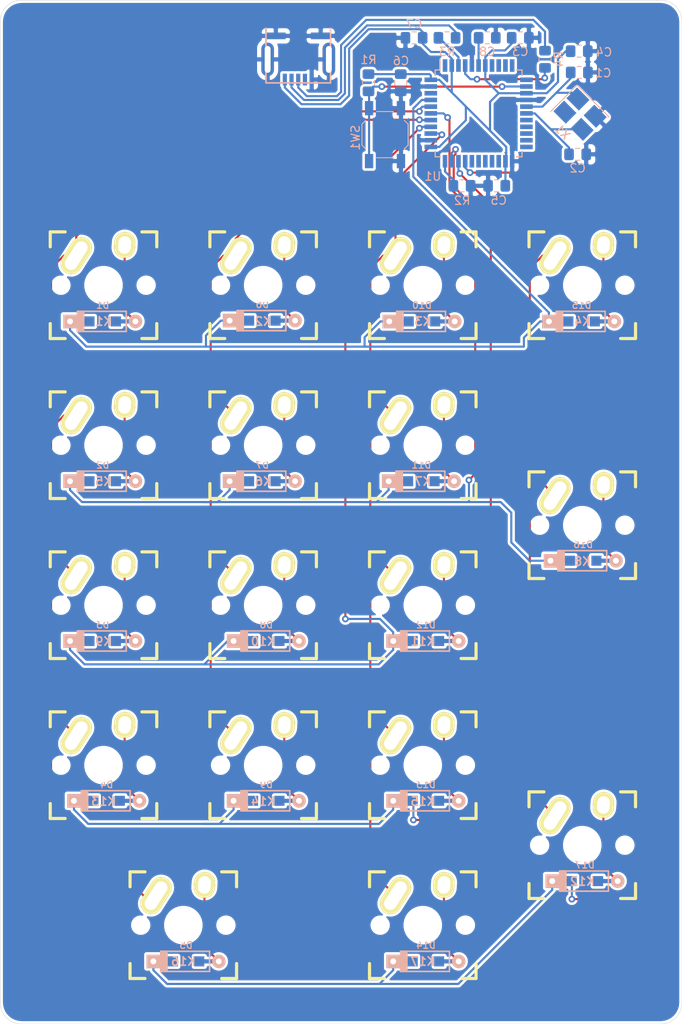
<source format=kicad_pcb>
(kicad_pcb (version 20171130) (host pcbnew "(5.1.5)-3")
  (layers (0 F.Cu signal hide) (31 B.Cu signal hide) (34 B.Paste user) (35 F.Paste user) (36 B.SilkS user) (37 F.SilkS user hide) (38 B.Mask user) (39 F.Mask user) (44 Edge.Cuts user))
  (net 0 "")
  (net 1 "Net-(C1-Pad1)")
  (net 2 "Net-(C2-Pad1)")
  (net 3 VCC)
  (net 4 "Net-(C8-Pad1)")
  (net 5 "Net-(D1-Pad2)")
  (net 6 /row0)
  (net 7 "Net-(D2-Pad2)")
  (net 8 /row1)
  (net 9 "Net-(D3-Pad2)")
  (net 10 /row2)
  (net 11 "Net-(D4-Pad2)")
  (net 12 /row3)
  (net 13 "Net-(D5-Pad2)")
  (net 14 /row4)
  (net 15 "Net-(D6-Pad2)")
  (net 16 "Net-(D7-Pad2)")
  (net 17 "Net-(D8-Pad2)")
  (net 18 "Net-(D9-Pad2)")
  (net 19 "Net-(D10-Pad2)")
  (net 20 "Net-(D11-Pad2)")
  (net 21 "Net-(D12-Pad2)")
  (net 22 "Net-(D13-Pad2)")
  (net 23 "Net-(D14-Pad2)")
  (net 24 "Net-(D15-Pad2)")
  (net 25 "Net-(D16-Pad2)")
  (net 26 "Net-(D17-Pad2)")
  (net 27 "Net-(J1-Pad2)")
  (net 28 "Net-(J1-Pad3)")
  (net 29 "Net-(J1-Pad4)")
  (net 30 /col0)
  (net 31 /col1)
  (net 32 /col2)
  (net 33 /col3)
  (net 34 "Net-(R1-Pad1)")
  (net 35 "Net-(R2-Pad2)")
  (net 36 "Net-(R3-Pad1)")
  (net 37 "Net-(R4-Pad1)")
  (net 38 "Net-(U1-Pad1)")
  (net 39 "Net-(U1-Pad8)")
  (net 40 "Net-(U1-Pad9)")
  (net 41 "Net-(U1-Pad10)")
  (net 42 "Net-(U1-Pad11)")
  (net 43 "Net-(U1-Pad12)")
  (net 44 "Net-(U1-Pad18)")
  (net 45 "Net-(U1-Pad19)")
  (net 46 "Net-(U1-Pad20)")
  (net 47 "Net-(U1-Pad21)")
  (net 48 "Net-(U1-Pad22)")
  (net 49 "Net-(U1-Pad25)")
  (net 50 "Net-(U1-Pad26)")
  (net 51 "Net-(U1-Pad27)")
  (net 52 "Net-(U1-Pad28)")
  (net 53 "Net-(U1-Pad29)")
  (net 54 "Net-(U1-Pad42)")
  (net 55 GND)
  (module keyboard_parts:D_SOD123_axial (layer B.Cu) (at 121.21875 139.875)
    (fp_text reference D5 (at 0 -1.925) (layer B.SilkS) (effects (font (size 0.8 0.8)) (justify mirror)))
    (fp_text value D hide)
    (pad 2 smd rect (at 1.575 0) (size 1.2 1.2) (layers B.Cu B.Paste B.Mask) (net 13 "Net-(D5-Pad2)"))
    (pad 1 smd rect (at -1.575 0) (size 1.2 1.2) (layers B.Cu B.Paste B.Mask) (net 14 /row4))
    (pad 1 thru_hole rect (at -3.9 0) (size 1.6 1.6) (drill 0.7) (layers *.Cu *.Mask B.SilkS) (net 14 /row4))
    (pad 2 thru_hole circle (at 3.9 0) (size 1.6 1.6) (drill 0.7) (layers *.Cu *.Mask B.SilkS) (net 13 "Net-(D5-Pad2)"))
    (pad 1 smd rect (at -2.7 0) (size 2.5 0.5) (layers B.Cu) (net 14 /row4))
    (pad 2 smd rect (at 2.7 0) (size 2.5 0.5) (layers B.Cu) (net 13 "Net-(D5-Pad2)"))
  )
  (module Capacitor_SMD:C_0805_2012Metric_Pad1.15x1.40mm_HandSolder (layer B.Cu) (at 168.0975 34.00375)
    (fp_text reference C1 (at 2.8425 0.06625) (layer B.SilkS) (effects (justify mirror)))
    (fp_text value 22p)
    (pad 2 smd roundrect (at 1.025 0) (size 1.15 1.4) (layers B.Cu B.Paste B.Mask) (roundrect_rratio 0.217391) (net 55 GND))
    (pad 1 smd roundrect (at -1.025 0) (size 1.15 1.4) (layers B.Cu B.Paste B.Mask) (roundrect_rratio 0.217391) (net 1 "Net-(C1-Pad1)"))
  )
  (module Capacitor_SMD:C_0805_2012Metric_Pad1.15x1.40mm_HandSolder (layer B.Cu) (at 167.8975 43.75375)
    (fp_text reference C2 (at 0 1.65) (layer B.SilkS) (effects (justify mirror)))
    (fp_text value 22p)
    (pad 1 smd roundrect (at -1.025 0) (size 1.15 1.4) (layers B.Cu B.Paste B.Mask) (roundrect_rratio 0.217391) (net 2 "Net-(C2-Pad1)"))
    (pad 2 smd roundrect (at 1.025 0) (size 1.15 1.4) (layers B.Cu B.Paste B.Mask) (roundrect_rratio 0.217391) (net 55 GND))
  )
  (module Capacitor_SMD:C_0805_2012Metric_Pad1.15x1.40mm_HandSolder (layer B.Cu) (at 161.06 29.87875)
    (fp_text reference C3 (at 0 1.65) (layer B.SilkS) (effects (justify mirror)))
    (fp_text value 0.1u)
    (pad 1 smd roundrect (at -1.025 0) (size 1.15 1.4) (layers B.Cu B.Paste B.Mask) (roundrect_rratio 0.217391) (net 3 VCC))
    (pad 2 smd roundrect (at 1.025 0) (size 1.15 1.4) (layers B.Cu B.Paste B.Mask) (roundrect_rratio 0.217391) (net 55 GND))
  )
  (module Capacitor_SMD:C_0805_2012Metric_Pad1.15x1.40mm_HandSolder (layer B.Cu) (at 168.085 31.4725)
    (fp_text reference C4 (at 2.955 0.1175) (layer B.SilkS) (effects (justify mirror)))
    (fp_text value 0.1u)
    (pad 2 smd roundrect (at 1.025 0) (size 1.15 1.4) (layers B.Cu B.Paste B.Mask) (roundrect_rratio 0.217391) (net 55 GND))
    (pad 1 smd roundrect (at -1.025 0) (size 1.15 1.4) (layers B.Cu B.Paste B.Mask) (roundrect_rratio 0.217391) (net 3 VCC))
  )
  (module Capacitor_SMD:C_0805_2012Metric_Pad1.15x1.40mm_HandSolder (layer B.Cu) (at 158.2475 47.50375 180)
    (fp_text reference C5 (at -0.2425 -1.73625) (layer B.SilkS) (effects (justify mirror)))
    (fp_text value 0.1u)
    (pad 1 smd roundrect (at -1.025 0 180) (size 1.15 1.4) (layers B.Cu B.Paste B.Mask) (roundrect_rratio 0.217391) (net 3 VCC))
    (pad 2 smd roundrect (at 1.025 0 180) (size 1.15 1.4) (layers B.Cu B.Paste B.Mask) (roundrect_rratio 0.217391) (net 55 GND))
  )
  (module Capacitor_SMD:C_0805_2012Metric_Pad1.15x1.40mm_HandSolder (layer B.Cu) (at 146.81 35.22875 270)
    (fp_text reference C6 (at -2.60875 -0.03 180) (layer B.SilkS) (effects (justify mirror)))
    (fp_text value 0.1u)
    (pad 2 smd roundrect (at 1.025 0 270) (size 1.15 1.4) (layers B.Cu B.Paste B.Mask) (roundrect_rratio 0.217391) (net 55 GND))
    (pad 1 smd roundrect (at -1.025 0 270) (size 1.15 1.4) (layers B.Cu B.Paste B.Mask) (roundrect_rratio 0.217391) (net 3 VCC))
  )
  (module Capacitor_SMD:C_0805_2012Metric_Pad1.15x1.40mm_HandSolder (layer B.Cu) (at 148.3975 29.87875 180)
    (fp_text reference C7 (at 0 1.65) (layer B.SilkS) (effects (justify mirror)))
    (fp_text value 4.7u)
    (pad 1 smd roundrect (at -1.025 0 180) (size 1.15 1.4) (layers B.Cu B.Paste B.Mask) (roundrect_rratio 0.217391) (net 3 VCC))
    (pad 2 smd roundrect (at 1.025 0 180) (size 1.15 1.4) (layers B.Cu B.Paste B.Mask) (roundrect_rratio 0.217391) (net 55 GND))
  )
  (module Capacitor_SMD:C_0805_2012Metric_Pad1.15x1.40mm_HandSolder (layer B.Cu) (at 157.11625 29.87875)
    (fp_text reference C8 (at 0 1.65) (layer B.SilkS) (effects (justify mirror)))
    (fp_text value 1u)
    (pad 2 smd roundrect (at 1.025 0) (size 1.15 1.4) (layers B.Cu B.Paste B.Mask) (roundrect_rratio 0.217391) (net 55 GND))
    (pad 1 smd roundrect (at -1.025 0) (size 1.15 1.4) (layers B.Cu B.Paste B.Mask) (roundrect_rratio 0.217391) (net 4 "Net-(C8-Pad1)"))
  )
  (module keyboard_parts:D_SOD123_axial (layer B.Cu) (at 111.28125 63.65625)
    (fp_text reference D1 (at 0 -1.925) (layer B.SilkS) (effects (font (size 0.8 0.8)) (justify mirror)))
    (fp_text value D hide)
    (pad 2 smd rect (at 2.7 0) (size 2.5 0.5) (layers B.Cu) (net 5 "Net-(D1-Pad2)"))
    (pad 1 smd rect (at -2.7 0) (size 2.5 0.5) (layers B.Cu) (net 6 /row0))
    (pad 2 thru_hole circle (at 3.9 0) (size 1.6 1.6) (drill 0.7) (layers *.Cu *.Mask B.SilkS) (net 5 "Net-(D1-Pad2)"))
    (pad 1 thru_hole rect (at -3.9 0) (size 1.6 1.6) (drill 0.7) (layers *.Cu *.Mask B.SilkS) (net 6 /row0))
    (pad 1 smd rect (at -1.575 0) (size 1.2 1.2) (layers B.Cu B.Paste B.Mask) (net 6 /row0))
    (pad 2 smd rect (at 1.575 0) (size 1.2 1.2) (layers B.Cu B.Paste B.Mask) (net 5 "Net-(D1-Pad2)"))
  )
  (module keyboard_parts:D_SOD123_axial (layer B.Cu) (at 111.28125 82.6875)
    (fp_text reference D2 (at 0 -1.925) (layer B.SilkS) (effects (font (size 0.8 0.8)) (justify mirror)))
    (fp_text value D hide)
    (pad 2 smd rect (at 1.575 0) (size 1.2 1.2) (layers B.Cu B.Paste B.Mask) (net 7 "Net-(D2-Pad2)"))
    (pad 1 smd rect (at -1.575 0) (size 1.2 1.2) (layers B.Cu B.Paste B.Mask) (net 8 /row1))
    (pad 1 thru_hole rect (at -3.9 0) (size 1.6 1.6) (drill 0.7) (layers *.Cu *.Mask B.SilkS) (net 8 /row1))
    (pad 2 thru_hole circle (at 3.9 0) (size 1.6 1.6) (drill 0.7) (layers *.Cu *.Mask B.SilkS) (net 7 "Net-(D2-Pad2)"))
    (pad 1 smd rect (at -2.7 0) (size 2.5 0.5) (layers B.Cu) (net 8 /row1))
    (pad 2 smd rect (at 2.7 0) (size 2.5 0.5) (layers B.Cu) (net 7 "Net-(D2-Pad2)"))
  )
  (module keyboard_parts:D_SOD123_axial (layer B.Cu) (at 111.28125 101.71875)
    (fp_text reference D3 (at 0 -1.925) (layer B.SilkS) (effects (font (size 0.8 0.8)) (justify mirror)))
    (fp_text value D hide)
    (pad 2 smd rect (at 2.7 0) (size 2.5 0.5) (layers B.Cu) (net 9 "Net-(D3-Pad2)"))
    (pad 1 smd rect (at -2.7 0) (size 2.5 0.5) (layers B.Cu) (net 10 /row2))
    (pad 2 thru_hole circle (at 3.9 0) (size 1.6 1.6) (drill 0.7) (layers *.Cu *.Mask B.SilkS) (net 9 "Net-(D3-Pad2)"))
    (pad 1 thru_hole rect (at -3.9 0) (size 1.6 1.6) (drill 0.7) (layers *.Cu *.Mask B.SilkS) (net 10 /row2))
    (pad 1 smd rect (at -1.575 0) (size 1.2 1.2) (layers B.Cu B.Paste B.Mask) (net 10 /row2))
    (pad 2 smd rect (at 1.575 0) (size 1.2 1.2) (layers B.Cu B.Paste B.Mask) (net 9 "Net-(D3-Pad2)"))
  )
  (module keyboard_parts:D_SOD123_axial (layer B.Cu) (at 111.75 120.75)
    (fp_text reference D4 (at 0 -1.925) (layer B.SilkS) (effects (font (size 0.8 0.8)) (justify mirror)))
    (fp_text value D hide)
    (pad 2 smd rect (at 1.575 0) (size 1.2 1.2) (layers B.Cu B.Paste B.Mask) (net 11 "Net-(D4-Pad2)"))
    (pad 1 smd rect (at -1.575 0) (size 1.2 1.2) (layers B.Cu B.Paste B.Mask) (net 12 /row3))
    (pad 1 thru_hole rect (at -3.9 0) (size 1.6 1.6) (drill 0.7) (layers *.Cu *.Mask B.SilkS) (net 12 /row3))
    (pad 2 thru_hole circle (at 3.9 0) (size 1.6 1.6) (drill 0.7) (layers *.Cu *.Mask B.SilkS) (net 11 "Net-(D4-Pad2)"))
    (pad 1 smd rect (at -2.7 0) (size 2.5 0.5) (layers B.Cu) (net 12 /row3))
    (pad 2 smd rect (at 2.7 0) (size 2.5 0.5) (layers B.Cu) (net 11 "Net-(D4-Pad2)"))
  )
  (module keyboard_parts:D_SOD123_axial (layer B.Cu) (at 130.3125 63.5625)
    (fp_text reference D6 (at 0 -1.925) (layer B.SilkS) (effects (font (size 0.8 0.8)) (justify mirror)))
    (fp_text value D hide)
    (pad 2 smd rect (at 1.575 0) (size 1.2 1.2) (layers B.Cu B.Paste B.Mask) (net 15 "Net-(D6-Pad2)"))
    (pad 1 smd rect (at -1.575 0) (size 1.2 1.2) (layers B.Cu B.Paste B.Mask) (net 6 /row0))
    (pad 1 thru_hole rect (at -3.9 0) (size 1.6 1.6) (drill 0.7) (layers *.Cu *.Mask B.SilkS) (net 6 /row0))
    (pad 2 thru_hole circle (at 3.9 0) (size 1.6 1.6) (drill 0.7) (layers *.Cu *.Mask B.SilkS) (net 15 "Net-(D6-Pad2)"))
    (pad 1 smd rect (at -2.7 0) (size 2.5 0.5) (layers B.Cu) (net 6 /row0))
    (pad 2 smd rect (at 2.7 0) (size 2.5 0.5) (layers B.Cu) (net 15 "Net-(D6-Pad2)"))
  )
  (module keyboard_parts:D_SOD123_axial (layer B.Cu) (at 130.3125 82.6875)
    (fp_text reference D7 (at 0 -1.925) (layer B.SilkS) (effects (font (size 0.8 0.8)) (justify mirror)))
    (fp_text value D hide)
    (pad 2 smd rect (at 2.7 0) (size 2.5 0.5) (layers B.Cu) (net 16 "Net-(D7-Pad2)"))
    (pad 1 smd rect (at -2.7 0) (size 2.5 0.5) (layers B.Cu) (net 8 /row1))
    (pad 2 thru_hole circle (at 3.9 0) (size 1.6 1.6) (drill 0.7) (layers *.Cu *.Mask B.SilkS) (net 16 "Net-(D7-Pad2)"))
    (pad 1 thru_hole rect (at -3.9 0) (size 1.6 1.6) (drill 0.7) (layers *.Cu *.Mask B.SilkS) (net 8 /row1))
    (pad 1 smd rect (at -1.575 0) (size 1.2 1.2) (layers B.Cu B.Paste B.Mask) (net 8 /row1))
    (pad 2 smd rect (at 1.575 0) (size 1.2 1.2) (layers B.Cu B.Paste B.Mask) (net 16 "Net-(D7-Pad2)"))
  )
  (module keyboard_parts:D_SOD123_axial (layer B.Cu) (at 130.78125 101.71875)
    (fp_text reference D8 (at 0 -1.925) (layer B.SilkS) (effects (font (size 0.8 0.8)) (justify mirror)))
    (fp_text value D hide)
    (pad 2 smd rect (at 1.575 0) (size 1.2 1.2) (layers B.Cu B.Paste B.Mask) (net 17 "Net-(D8-Pad2)"))
    (pad 1 smd rect (at -1.575 0) (size 1.2 1.2) (layers B.Cu B.Paste B.Mask) (net 10 /row2))
    (pad 1 thru_hole rect (at -3.9 0) (size 1.6 1.6) (drill 0.7) (layers *.Cu *.Mask B.SilkS) (net 10 /row2))
    (pad 2 thru_hole circle (at 3.9 0) (size 1.6 1.6) (drill 0.7) (layers *.Cu *.Mask B.SilkS) (net 17 "Net-(D8-Pad2)"))
    (pad 1 smd rect (at -2.7 0) (size 2.5 0.5) (layers B.Cu) (net 10 /row2))
    (pad 2 smd rect (at 2.7 0) (size 2.5 0.5) (layers B.Cu) (net 17 "Net-(D8-Pad2)"))
  )
  (module keyboard_parts:D_SOD123_axial (layer B.Cu) (at 130.78125 120.75)
    (fp_text reference D9 (at 0 -1.925) (layer B.SilkS) (effects (font (size 0.8 0.8)) (justify mirror)))
    (fp_text value D hide)
    (pad 2 smd rect (at 2.7 0) (size 2.5 0.5) (layers B.Cu) (net 18 "Net-(D9-Pad2)"))
    (pad 1 smd rect (at -2.7 0) (size 2.5 0.5) (layers B.Cu) (net 12 /row3))
    (pad 2 thru_hole circle (at 3.9 0) (size 1.6 1.6) (drill 0.7) (layers *.Cu *.Mask B.SilkS) (net 18 "Net-(D9-Pad2)"))
    (pad 1 thru_hole rect (at -3.9 0) (size 1.6 1.6) (drill 0.7) (layers *.Cu *.Mask B.SilkS) (net 12 /row3))
    (pad 1 smd rect (at -1.575 0) (size 1.2 1.2) (layers B.Cu B.Paste B.Mask) (net 12 /row3))
    (pad 2 smd rect (at 1.575 0) (size 1.2 1.2) (layers B.Cu B.Paste B.Mask) (net 18 "Net-(D9-Pad2)"))
  )
  (module keyboard_parts:D_SOD123_axial (layer B.Cu) (at 149.34375 63.65625)
    (fp_text reference D10 (at 0 -1.925) (layer B.SilkS) (effects (font (size 0.8 0.8)) (justify mirror)))
    (fp_text value D hide)
    (pad 2 smd rect (at 2.7 0) (size 2.5 0.5) (layers B.Cu) (net 19 "Net-(D10-Pad2)"))
    (pad 1 smd rect (at -2.7 0) (size 2.5 0.5) (layers B.Cu) (net 6 /row0))
    (pad 2 thru_hole circle (at 3.9 0) (size 1.6 1.6) (drill 0.7) (layers *.Cu *.Mask B.SilkS) (net 19 "Net-(D10-Pad2)"))
    (pad 1 thru_hole rect (at -3.9 0) (size 1.6 1.6) (drill 0.7) (layers *.Cu *.Mask B.SilkS) (net 6 /row0))
    (pad 1 smd rect (at -1.575 0) (size 1.2 1.2) (layers B.Cu B.Paste B.Mask) (net 6 /row0))
    (pad 2 smd rect (at 1.575 0) (size 1.2 1.2) (layers B.Cu B.Paste B.Mask) (net 19 "Net-(D10-Pad2)"))
  )
  (module keyboard_parts:D_SOD123_axial (layer B.Cu) (at 149.26875 82.6875)
    (fp_text reference D11 (at 0 -1.925) (layer B.SilkS) (effects (font (size 0.8 0.8)) (justify mirror)))
    (fp_text value D hide)
    (pad 2 smd rect (at 1.575 0) (size 1.2 1.2) (layers B.Cu B.Paste B.Mask) (net 20 "Net-(D11-Pad2)"))
    (pad 1 smd rect (at -1.575 0) (size 1.2 1.2) (layers B.Cu B.Paste B.Mask) (net 8 /row1))
    (pad 1 thru_hole rect (at -3.9 0) (size 1.6 1.6) (drill 0.7) (layers *.Cu *.Mask B.SilkS) (net 8 /row1))
    (pad 2 thru_hole circle (at 3.9 0) (size 1.6 1.6) (drill 0.7) (layers *.Cu *.Mask B.SilkS) (net 20 "Net-(D11-Pad2)"))
    (pad 1 smd rect (at -2.7 0) (size 2.5 0.5) (layers B.Cu) (net 8 /row1))
    (pad 2 smd rect (at 2.7 0) (size 2.5 0.5) (layers B.Cu) (net 20 "Net-(D11-Pad2)"))
  )
  (module keyboard_parts:D_SOD123_axial (layer B.Cu) (at 149.8125 101.71875)
    (fp_text reference D12 (at 0 -1.925) (layer B.SilkS) (effects (font (size 0.8 0.8)) (justify mirror)))
    (fp_text value D hide)
    (pad 2 smd rect (at 1.575 0) (size 1.2 1.2) (layers B.Cu B.Paste B.Mask) (net 21 "Net-(D12-Pad2)"))
    (pad 1 smd rect (at -1.575 0) (size 1.2 1.2) (layers B.Cu B.Paste B.Mask) (net 10 /row2))
    (pad 1 thru_hole rect (at -3.9 0) (size 1.6 1.6) (drill 0.7) (layers *.Cu *.Mask B.SilkS) (net 10 /row2))
    (pad 2 thru_hole circle (at 3.9 0) (size 1.6 1.6) (drill 0.7) (layers *.Cu *.Mask B.SilkS) (net 21 "Net-(D12-Pad2)"))
    (pad 1 smd rect (at -2.7 0) (size 2.5 0.5) (layers B.Cu) (net 10 /row2))
    (pad 2 smd rect (at 2.7 0) (size 2.5 0.5) (layers B.Cu) (net 21 "Net-(D12-Pad2)"))
  )
  (module keyboard_parts:D_SOD123_axial (layer B.Cu) (at 149.8125 120.75)
    (fp_text reference D13 (at 0 -1.925) (layer B.SilkS) (effects (font (size 0.8 0.8)) (justify mirror)))
    (fp_text value D hide)
    (pad 2 smd rect (at 1.575 0) (size 1.2 1.2) (layers B.Cu B.Paste B.Mask) (net 22 "Net-(D13-Pad2)"))
    (pad 1 smd rect (at -1.575 0) (size 1.2 1.2) (layers B.Cu B.Paste B.Mask) (net 12 /row3))
    (pad 1 thru_hole rect (at -3.9 0) (size 1.6 1.6) (drill 0.7) (layers *.Cu *.Mask B.SilkS) (net 12 /row3))
    (pad 2 thru_hole circle (at 3.9 0) (size 1.6 1.6) (drill 0.7) (layers *.Cu *.Mask B.SilkS) (net 22 "Net-(D13-Pad2)"))
    (pad 1 smd rect (at -2.7 0) (size 2.5 0.5) (layers B.Cu) (net 12 /row3))
    (pad 2 smd rect (at 2.7 0) (size 2.5 0.5) (layers B.Cu) (net 22 "Net-(D13-Pad2)"))
  )
  (module keyboard_parts:D_SOD123_axial (layer B.Cu) (at 149.8125 139.875)
    (fp_text reference D14 (at 0 -1.925) (layer B.SilkS) (effects (font (size 0.8 0.8)) (justify mirror)))
    (fp_text value D hide)
    (pad 2 smd rect (at 1.575 0) (size 1.2 1.2) (layers B.Cu B.Paste B.Mask) (net 23 "Net-(D14-Pad2)"))
    (pad 1 smd rect (at -1.575 0) (size 1.2 1.2) (layers B.Cu B.Paste B.Mask) (net 14 /row4))
    (pad 1 thru_hole rect (at -3.9 0) (size 1.6 1.6) (drill 0.7) (layers *.Cu *.Mask B.SilkS) (net 14 /row4))
    (pad 2 thru_hole circle (at 3.9 0) (size 1.6 1.6) (drill 0.7) (layers *.Cu *.Mask B.SilkS) (net 23 "Net-(D14-Pad2)"))
    (pad 1 smd rect (at -2.7 0) (size 2.5 0.5) (layers B.Cu) (net 14 /row4))
    (pad 2 smd rect (at 2.7 0) (size 2.5 0.5) (layers B.Cu) (net 23 "Net-(D14-Pad2)"))
  )
  (module keyboard_parts:D_SOD123_axial (layer B.Cu) (at 168.375 63.65625)
    (fp_text reference D15 (at 0 -1.925) (layer B.SilkS) (effects (font (size 0.8 0.8)) (justify mirror)))
    (fp_text value D hide)
    (pad 2 smd rect (at 2.7 0) (size 2.5 0.5) (layers B.Cu) (net 24 "Net-(D15-Pad2)"))
    (pad 1 smd rect (at -2.7 0) (size 2.5 0.5) (layers B.Cu) (net 6 /row0))
    (pad 2 thru_hole circle (at 3.9 0) (size 1.6 1.6) (drill 0.7) (layers *.Cu *.Mask B.SilkS) (net 24 "Net-(D15-Pad2)"))
    (pad 1 thru_hole rect (at -3.9 0) (size 1.6 1.6) (drill 0.7) (layers *.Cu *.Mask B.SilkS) (net 6 /row0))
    (pad 1 smd rect (at -1.575 0) (size 1.2 1.2) (layers B.Cu B.Paste B.Mask) (net 6 /row0))
    (pad 2 smd rect (at 1.575 0) (size 1.2 1.2) (layers B.Cu B.Paste B.Mask) (net 24 "Net-(D15-Pad2)"))
  )
  (module keyboard_parts:D_SOD123_axial (layer B.Cu) (at 168.5625 92.15625)
    (fp_text reference D16 (at 0 -1.925) (layer B.SilkS) (effects (font (size 0.8 0.8)) (justify mirror)))
    (fp_text value D hide)
    (pad 2 smd rect (at 2.7 0) (size 2.5 0.5) (layers B.Cu) (net 25 "Net-(D16-Pad2)"))
    (pad 1 smd rect (at -2.7 0) (size 2.5 0.5) (layers B.Cu) (net 8 /row1))
    (pad 2 thru_hole circle (at 3.9 0) (size 1.6 1.6) (drill 0.7) (layers *.Cu *.Mask B.SilkS) (net 25 "Net-(D16-Pad2)"))
    (pad 1 thru_hole rect (at -3.9 0) (size 1.6 1.6) (drill 0.7) (layers *.Cu *.Mask B.SilkS) (net 8 /row1))
    (pad 1 smd rect (at -1.575 0) (size 1.2 1.2) (layers B.Cu B.Paste B.Mask) (net 8 /row1))
    (pad 2 smd rect (at 1.575 0) (size 1.2 1.2) (layers B.Cu B.Paste B.Mask) (net 25 "Net-(D16-Pad2)"))
  )
  (module keyboard_parts:D_SOD123_axial (layer B.Cu) (at 168.76875 130.3125)
    (fp_text reference D17 (at 0 -1.925) (layer B.SilkS) (effects (font (size 0.8 0.8)) (justify mirror)))
    (fp_text value D hide)
    (pad 2 smd rect (at 2.7 0) (size 2.5 0.5) (layers B.Cu) (net 26 "Net-(D17-Pad2)"))
    (pad 1 smd rect (at -2.7 0) (size 2.5 0.5) (layers B.Cu) (net 14 /row4))
    (pad 2 thru_hole circle (at 3.9 0) (size 1.6 1.6) (drill 0.7) (layers *.Cu *.Mask B.SilkS) (net 26 "Net-(D17-Pad2)"))
    (pad 1 thru_hole rect (at -3.9 0) (size 1.6 1.6) (drill 0.7) (layers *.Cu *.Mask B.SilkS) (net 14 /row4))
    (pad 1 smd rect (at -1.575 0) (size 1.2 1.2) (layers B.Cu B.Paste B.Mask) (net 14 /row4))
    (pad 2 smd rect (at 1.575 0) (size 1.2 1.2) (layers B.Cu B.Paste B.Mask) (net 26 "Net-(D17-Pad2)"))
  )
  (module keyboard_parts:USB_miniB_hirose_5S8 (layer B.Cu) (at 134.59 34.85)
    (fp_text reference J1 hide)
    (fp_text value USB_mini_micro_B hide)
    (pad 6 smd rect (at 2.675 -5.2) (size 2.35 0.8) (layers B.Cu B.Paste B.Mask) (net 55 GND))
    (pad 6 smd rect (at -2.675 -5.2) (size 2.35 0.8) (layers B.Cu B.Paste B.Mask) (net 55 GND))
    (pad 1 smd rect (at -1.6 0) (size 0.5 1.4) (layers B.Cu B.Paste B.Mask) (net 3 VCC))
    (pad 2 smd rect (at -0.8 0) (size 0.5 1.4) (layers B.Cu B.Paste B.Mask) (net 27 "Net-(J1-Pad2)"))
    (pad 3 smd rect (at 0 0) (size 0.5 1.4) (layers B.Cu B.Paste B.Mask) (net 28 "Net-(J1-Pad3)"))
    (pad 4 smd rect (at 0.8 0) (size 0.5 1.4) (layers B.Cu B.Paste B.Mask) (net 29 "Net-(J1-Pad4)"))
    (pad 5 smd rect (at 1.6 0) (size 0.5 1.4) (layers B.Cu B.Paste B.Mask) (net 55 GND))
    (pad 6 thru_hole oval (at -3.65 -2.4) (size 1.5 4) (drill oval 0.7 3.2) (layers *.Cu *.Mask B.Paste) (net 55 GND))
    (pad 6 thru_hole oval (at 3.65 -2.4) (size 1.5 4) (drill oval 0.7 3.2) (layers *.Cu *.Mask B.Paste) (net 55 GND))
  )
  (module Resistor_SMD:R_0805_2012Metric_Pad1.15x1.40mm_HandSolder (layer B.Cu) (at 142.96625 35.22875 90)
    (fp_text reference R1 (at 2.73875 -0.00625 180) (layer B.SilkS) (effects (justify mirror)))
    (fp_text value 10K)
    (pad 1 smd roundrect (at -1.025 0 90) (size 1.15 1.4) (layers B.Cu B.Paste B.Mask) (roundrect_rratio 0.217391) (net 34 "Net-(R1-Pad1)"))
    (pad 2 smd roundrect (at 1.025 0 90) (size 1.15 1.4) (layers B.Cu B.Paste B.Mask) (roundrect_rratio 0.217391) (net 3 VCC))
  )
  (module Resistor_SMD:R_0805_2012Metric_Pad1.15x1.40mm_HandSolder (layer B.Cu) (at 154.11625 47.50375 180)
    (fp_text reference R2 (at -0.01375 -1.75625) (layer B.SilkS) (effects (justify mirror)))
    (fp_text value 10k)
    (pad 2 smd roundrect (at 1.025 0 180) (size 1.15 1.4) (layers B.Cu B.Paste B.Mask) (roundrect_rratio 0.217391) (net 35 "Net-(R2-Pad2)"))
    (pad 1 smd roundrect (at -1.025 0 180) (size 1.15 1.4) (layers B.Cu B.Paste B.Mask) (roundrect_rratio 0.217391) (net 55 GND))
  )
  (module Resistor_SMD:R_0805_2012Metric_Pad1.15x1.40mm_HandSolder (layer B.Cu) (at 152.325 29.88)
    (fp_text reference R3 (at 0 1.65) (layer B.SilkS) (effects (justify mirror)))
    (fp_text value 22)
    (pad 1 smd roundrect (at -1.025 0) (size 1.15 1.4) (layers B.Cu B.Paste B.Mask) (roundrect_rratio 0.217391) (net 36 "Net-(R3-Pad1)"))
    (pad 2 smd roundrect (at 1.025 0) (size 1.15 1.4) (layers B.Cu B.Paste B.Mask) (roundrect_rratio 0.217391) (net 27 "Net-(J1-Pad2)"))
  )
  (module Resistor_SMD:R_0805_2012Metric_Pad1.15x1.40mm_HandSolder (layer B.Cu) (at 164.01 32.435 90)
    (fp_text reference R4 (at 0 1.65 90) (layer B.SilkS) (effects (justify mirror)))
    (fp_text value 22)
    (pad 2 smd roundrect (at 1.025 0 90) (size 1.15 1.4) (layers B.Cu B.Paste B.Mask) (roundrect_rratio 0.217391) (net 28 "Net-(J1-Pad3)"))
    (pad 1 smd roundrect (at -1.025 0 90) (size 1.15 1.4) (layers B.Cu B.Paste B.Mask) (roundrect_rratio 0.217391) (net 37 "Net-(R4-Pad1)"))
  )
  (module Button_Switch_SMD:SW_SPST_TL3342 (layer B.Cu) (at 144.935 41.41 90)
    (fp_text reference SW1 (at -0.37 -3.525 90) (layer B.SilkS) (effects (justify mirror)))
    (fp_text value SW_PUSH)
    (pad 1 smd rect (at -3.15 1.9 90) (size 1.7 1) (layers B.Cu B.Paste B.Mask) (net 55 GND))
    (pad 1 smd rect (at 3.15 1.9 90) (size 1.7 1) (layers B.Cu B.Paste B.Mask) (net 55 GND))
    (pad 2 smd rect (at -3.15 -1.9 90) (size 1.7 1) (layers B.Cu B.Paste B.Mask) (net 34 "Net-(R1-Pad1)"))
    (pad 2 smd rect (at 3.15 -1.9 90) (size 1.7 1) (layers B.Cu B.Paste B.Mask) (net 34 "Net-(R1-Pad1)"))
  )
  (module Package_QFP:TQFP-44_10x10mm_P0.8mm (layer B.Cu) (at 156.09125 38.87875 270)
    (fp_text reference U1 (at 7.50125 5.46125 180) (layer B.SilkS) (effects (justify mirror)))
    (fp_text value ATMEGA32U4)
    (pad 1 smd rect (at -5.7 4 270) (size 1.5 0.55) (layers B.Cu B.Paste B.Mask) (net 38 "Net-(U1-Pad1)"))
    (pad 2 smd rect (at -5.7 3.2 270) (size 1.5 0.55) (layers B.Cu B.Paste B.Mask) (net 3 VCC))
    (pad 3 smd rect (at -5.7 2.4 270) (size 1.5 0.55) (layers B.Cu B.Paste B.Mask) (net 36 "Net-(R3-Pad1)"))
    (pad 4 smd rect (at -5.7 1.6 270) (size 1.5 0.55) (layers B.Cu B.Paste B.Mask) (net 37 "Net-(R4-Pad1)"))
    (pad 5 smd rect (at -5.7 0.8 270) (size 1.5 0.55) (layers B.Cu B.Paste B.Mask) (net 55 GND))
    (pad 6 smd rect (at -5.7 0 270) (size 1.5 0.55) (layers B.Cu B.Paste B.Mask) (net 4 "Net-(C8-Pad1)"))
    (pad 7 smd rect (at -5.7 -0.8 270) (size 1.5 0.55) (layers B.Cu B.Paste B.Mask) (net 3 VCC))
    (pad 8 smd rect (at -5.7 -1.6 270) (size 1.5 0.55) (layers B.Cu B.Paste B.Mask) (net 39 "Net-(U1-Pad8)"))
    (pad 9 smd rect (at -5.7 -2.4 270) (size 1.5 0.55) (layers B.Cu B.Paste B.Mask) (net 40 "Net-(U1-Pad9)"))
    (pad 10 smd rect (at -5.7 -3.2 270) (size 1.5 0.55) (layers B.Cu B.Paste B.Mask) (net 41 "Net-(U1-Pad10)"))
    (pad 11 smd rect (at -5.7 -4 270) (size 1.5 0.55) (layers B.Cu B.Paste B.Mask) (net 42 "Net-(U1-Pad11)"))
    (pad 12 smd rect (at -4 -5.7 180) (size 1.5 0.55) (layers B.Cu B.Paste B.Mask) (net 43 "Net-(U1-Pad12)"))
    (pad 13 smd rect (at -3.2 -5.7 180) (size 1.5 0.55) (layers B.Cu B.Paste B.Mask) (net 34 "Net-(R1-Pad1)"))
    (pad 14 smd rect (at -2.4 -5.7 180) (size 1.5 0.55) (layers B.Cu B.Paste B.Mask) (net 3 VCC))
    (pad 15 smd rect (at -1.6 -5.7 180) (size 1.5 0.55) (layers B.Cu B.Paste B.Mask) (net 55 GND))
    (pad 16 smd rect (at -0.8 -5.7 180) (size 1.5 0.55) (layers B.Cu B.Paste B.Mask) (net 1 "Net-(C1-Pad1)"))
    (pad 17 smd rect (at 0 -5.7 180) (size 1.5 0.55) (layers B.Cu B.Paste B.Mask) (net 2 "Net-(C2-Pad1)"))
    (pad 18 smd rect (at 0.8 -5.7 180) (size 1.5 0.55) (layers B.Cu B.Paste B.Mask) (net 44 "Net-(U1-Pad18)"))
    (pad 19 smd rect (at 1.6 -5.7 180) (size 1.5 0.55) (layers B.Cu B.Paste B.Mask) (net 45 "Net-(U1-Pad19)"))
    (pad 20 smd rect (at 2.4 -5.7 180) (size 1.5 0.55) (layers B.Cu B.Paste B.Mask) (net 46 "Net-(U1-Pad20)"))
    (pad 21 smd rect (at 3.2 -5.7 180) (size 1.5 0.55) (layers B.Cu B.Paste B.Mask) (net 47 "Net-(U1-Pad21)"))
    (pad 22 smd rect (at 4 -5.7 180) (size 1.5 0.55) (layers B.Cu B.Paste B.Mask) (net 48 "Net-(U1-Pad22)"))
    (pad 23 smd rect (at 5.7 -4 270) (size 1.5 0.55) (layers B.Cu B.Paste B.Mask) (net 55 GND))
    (pad 24 smd rect (at 5.7 -3.2 270) (size 1.5 0.55) (layers B.Cu B.Paste B.Mask) (net 3 VCC))
    (pad 25 smd rect (at 5.7 -2.4 270) (size 1.5 0.55) (layers B.Cu B.Paste B.Mask) (net 49 "Net-(U1-Pad25)"))
    (pad 26 smd rect (at 5.7 -1.6 270) (size 1.5 0.55) (layers B.Cu B.Paste B.Mask) (net 50 "Net-(U1-Pad26)"))
    (pad 27 smd rect (at 5.7 -0.8 270) (size 1.5 0.55) (layers B.Cu B.Paste B.Mask) (net 51 "Net-(U1-Pad27)"))
    (pad 28 smd rect (at 5.7 0 270) (size 1.5 0.55) (layers B.Cu B.Paste B.Mask) (net 52 "Net-(U1-Pad28)"))
    (pad 29 smd rect (at 5.7 0.8 270) (size 1.5 0.55) (layers B.Cu B.Paste B.Mask) (net 53 "Net-(U1-Pad29)"))
    (pad 30 smd rect (at 5.7 1.6 270) (size 1.5 0.55) (layers B.Cu B.Paste B.Mask) (net 14 /row4))
    (pad 31 smd rect (at 5.7 2.4 270) (size 1.5 0.55) (layers B.Cu B.Paste B.Mask) (net 33 /col3))
    (pad 32 smd rect (at 5.7 3.2 270) (size 1.5 0.55) (layers B.Cu B.Paste B.Mask) (net 12 /row3))
    (pad 33 smd rect (at 5.7 4 270) (size 1.5 0.55) (layers B.Cu B.Paste B.Mask) (net 35 "Net-(R2-Pad2)"))
    (pad 34 smd rect (at 4 5.7 180) (size 1.5 0.55) (layers B.Cu B.Paste B.Mask) (net 3 VCC))
    (pad 35 smd rect (at 3.2 5.7 180) (size 1.5 0.55) (layers B.Cu B.Paste B.Mask) (net 55 GND))
    (pad 36 smd rect (at 2.4 5.7 180) (size 1.5 0.55) (layers B.Cu B.Paste B.Mask) (net 32 /col2))
    (pad 37 smd rect (at 1.6 5.7 180) (size 1.5 0.55) (layers B.Cu B.Paste B.Mask) (net 10 /row2))
    (pad 38 smd rect (at 0.8 5.7 180) (size 1.5 0.55) (layers B.Cu B.Paste B.Mask) (net 31 /col1))
    (pad 39 smd rect (at 0 5.7 180) (size 1.5 0.55) (layers B.Cu B.Paste B.Mask) (net 8 /row1))
    (pad 40 smd rect (at -0.8 5.7 180) (size 1.5 0.55) (layers B.Cu B.Paste B.Mask) (net 30 /col0))
    (pad 41 smd rect (at -1.6 5.7 180) (size 1.5 0.55) (layers B.Cu B.Paste B.Mask) (net 6 /row0))
    (pad 42 smd rect (at -2.4 5.7 180) (size 1.5 0.55) (layers B.Cu B.Paste B.Mask) (net 54 "Net-(U1-Pad42)"))
    (pad 43 smd rect (at -3.2 5.7 180) (size 1.5 0.55) (layers B.Cu B.Paste B.Mask) (net 55 GND))
    (pad 44 smd rect (at -4 5.7 180) (size 1.5 0.55) (layers B.Cu B.Paste B.Mask) (net 3 VCC))
  )
  (module Crystal:Crystal_SMD_SeikoEpson_FA238-4Pin_3.2x2.5mm_HandSoldering (layer B.Cu) (at 168.185 38.9725 315)
    (fp_text reference X1 (at 0 3 135) (layer B.SilkS) (effects (justify mirror)))
    (fp_text value XTAL_GND)
    (pad 1 smd rect (at -1.45 -1.1 315) (size 2.1 1.8) (layers B.Cu B.Paste B.Mask) (net 1 "Net-(C1-Pad1)"))
    (pad 2 smd rect (at 1.45 -1.1 315) (size 2.1 1.8) (layers B.Cu B.Paste B.Mask) (net 55 GND))
    (pad 3 smd rect (at 1.45 1.1 315) (size 2.1 1.8) (layers B.Cu B.Paste B.Mask) (net 2 "Net-(C2-Pad1)"))
    (pad 4 smd rect (at -1.45 1.1 315) (size 2.1 1.8) (layers B.Cu B.Paste B.Mask))
  )
  (module keebs:Mx_Alps_100 (layer F.Cu) (at 111.375 59.34375)
    (fp_text reference K1 (at 0 4.318) (layer B.SilkS) (effects (font (thickness 0.2)) (justify mirror)))
    (fp_text value KEYSW hide)
    (pad 2 thru_hole oval (at 2.52 -4.79 356.1) (size 2.5 3.08) (drill oval 1.5 2.08) (layers *.Cu *.Mask F.SilkS) (net 5 "Net-(D1-Pad2)"))
    (pad 1 thru_hole oval (at -3.255 -3.52 327.5) (size 2.5 4.75) (drill oval 1.5 3.75) (layers *.Cu *.Mask F.SilkS) (net 30 /col0))
    (pad HOLE np_thru_hole circle (at 5.08 0) (size 1.7018 1.7018) (drill 1.7018) (layers *.Cu))
    (pad HOLE np_thru_hole circle (at -5.08 0) (size 1.7018 1.7018) (drill 1.7018) (layers *.Cu))
    (pad HOLE np_thru_hole circle (at 0 0) (size 3.9878 3.9878) (drill 3.9878) (layers *.Cu))
  )
  (module keebs:Mx_Alps_100 (layer F.Cu) (at 130.40625 59.34375)
    (fp_text reference K2 (at 0 4.318) (layer B.SilkS) (effects (font (thickness 0.2)) (justify mirror)))
    (fp_text value KEYSW hide)
    (pad 2 thru_hole oval (at 2.52 -4.79 356.1) (size 2.5 3.08) (drill oval 1.5 2.08) (layers *.Cu *.Mask F.SilkS) (net 15 "Net-(D6-Pad2)"))
    (pad 1 thru_hole oval (at -3.255 -3.52 327.5) (size 2.5 4.75) (drill oval 1.5 3.75) (layers *.Cu *.Mask F.SilkS) (net 31 /col1))
    (pad HOLE np_thru_hole circle (at 5.08 0) (size 1.7018 1.7018) (drill 1.7018) (layers *.Cu))
    (pad HOLE np_thru_hole circle (at -5.08 0) (size 1.7018 1.7018) (drill 1.7018) (layers *.Cu))
    (pad HOLE np_thru_hole circle (at 0 0) (size 3.9878 3.9878) (drill 3.9878) (layers *.Cu))
  )
  (module keebs:Mx_Alps_100 (layer F.Cu) (at 149.4375 59.34375)
    (fp_text reference K3 (at 0 4.318) (layer B.SilkS) (effects (font (thickness 0.2)) (justify mirror)))
    (fp_text value KEYSW hide)
    (pad 2 thru_hole oval (at 2.52 -4.79 356.1) (size 2.5 3.08) (drill oval 1.5 2.08) (layers *.Cu *.Mask F.SilkS) (net 19 "Net-(D10-Pad2)"))
    (pad 1 thru_hole oval (at -3.255 -3.52 327.5) (size 2.5 4.75) (drill oval 1.5 3.75) (layers *.Cu *.Mask F.SilkS) (net 32 /col2))
    (pad HOLE np_thru_hole circle (at 5.08 0) (size 1.7018 1.7018) (drill 1.7018) (layers *.Cu))
    (pad HOLE np_thru_hole circle (at -5.08 0) (size 1.7018 1.7018) (drill 1.7018) (layers *.Cu))
    (pad HOLE np_thru_hole circle (at 0 0) (size 3.9878 3.9878) (drill 3.9878) (layers *.Cu))
  )
  (module keebs:Mx_Alps_100 (layer F.Cu) (at 168.45125 59.34375)
    (fp_text reference K4 (at 0 4.318) (layer B.SilkS) (effects (font (thickness 0.2)) (justify mirror)))
    (fp_text value KEYSW hide)
    (pad HOLE np_thru_hole circle (at 0 0) (size 3.9878 3.9878) (drill 3.9878) (layers *.Cu))
    (pad HOLE np_thru_hole circle (at -5.08 0) (size 1.7018 1.7018) (drill 1.7018) (layers *.Cu))
    (pad HOLE np_thru_hole circle (at 5.08 0) (size 1.7018 1.7018) (drill 1.7018) (layers *.Cu))
    (pad 1 thru_hole oval (at -3.255 -3.52 327.5) (size 2.5 4.75) (drill oval 1.5 3.75) (layers *.Cu *.Mask F.SilkS) (net 33 /col3))
    (pad 2 thru_hole oval (at 2.52 -4.79 356.1) (size 2.5 3.08) (drill oval 1.5 2.08) (layers *.Cu *.Mask F.SilkS) (net 24 "Net-(D15-Pad2)"))
  )
  (module keebs:Mx_Alps_100 (layer F.Cu) (at 111.375 78.398437)
    (fp_text reference K5 (at 0 4.318) (layer B.SilkS) (effects (font (thickness 0.2)) (justify mirror)))
    (fp_text value KEYSW hide)
    (pad HOLE np_thru_hole circle (at 0 0) (size 3.9878 3.9878) (drill 3.9878) (layers *.Cu))
    (pad HOLE np_thru_hole circle (at -5.08 0) (size 1.7018 1.7018) (drill 1.7018) (layers *.Cu))
    (pad HOLE np_thru_hole circle (at 5.08 0) (size 1.7018 1.7018) (drill 1.7018) (layers *.Cu))
    (pad 1 thru_hole oval (at -3.255 -3.52 327.5) (size 2.5 4.75) (drill oval 1.5 3.75) (layers *.Cu *.Mask F.SilkS) (net 30 /col0))
    (pad 2 thru_hole oval (at 2.52 -4.79 356.1) (size 2.5 3.08) (drill oval 1.5 2.08) (layers *.Cu *.Mask F.SilkS) (net 7 "Net-(D2-Pad2)"))
  )
  (module keebs:Mx_Alps_100 (layer F.Cu) (at 130.40625 78.398437)
    (fp_text reference K6 (at 0 4.318) (layer B.SilkS) (effects (font (thickness 0.2)) (justify mirror)))
    (fp_text value KEYSW hide)
    (pad HOLE np_thru_hole circle (at 0 0) (size 3.9878 3.9878) (drill 3.9878) (layers *.Cu))
    (pad HOLE np_thru_hole circle (at -5.08 0) (size 1.7018 1.7018) (drill 1.7018) (layers *.Cu))
    (pad HOLE np_thru_hole circle (at 5.08 0) (size 1.7018 1.7018) (drill 1.7018) (layers *.Cu))
    (pad 1 thru_hole oval (at -3.255 -3.52 327.5) (size 2.5 4.75) (drill oval 1.5 3.75) (layers *.Cu *.Mask F.SilkS) (net 31 /col1))
    (pad 2 thru_hole oval (at 2.52 -4.79 356.1) (size 2.5 3.08) (drill oval 1.5 2.08) (layers *.Cu *.Mask F.SilkS) (net 16 "Net-(D7-Pad2)"))
  )
  (module keebs:Mx_Alps_100 (layer F.Cu) (at 149.4375 78.398437)
    (fp_text reference K7 (at 0 4.318) (layer B.SilkS) (effects (font (thickness 0.2)) (justify mirror)))
    (fp_text value KEYSW hide)
    (pad HOLE np_thru_hole circle (at 0 0) (size 3.9878 3.9878) (drill 3.9878) (layers *.Cu))
    (pad HOLE np_thru_hole circle (at -5.08 0) (size 1.7018 1.7018) (drill 1.7018) (layers *.Cu))
    (pad HOLE np_thru_hole circle (at 5.08 0) (size 1.7018 1.7018) (drill 1.7018) (layers *.Cu))
    (pad 1 thru_hole oval (at -3.255 -3.52 327.5) (size 2.5 4.75) (drill oval 1.5 3.75) (layers *.Cu *.Mask F.SilkS) (net 32 /col2))
    (pad 2 thru_hole oval (at 2.52 -4.79 356.1) (size 2.5 3.08) (drill oval 1.5 2.08) (layers *.Cu *.Mask F.SilkS) (net 20 "Net-(D11-Pad2)"))
  )
  (module keebs:Mx_Alps_100 (layer F.Cu) (at 168.45125 87.9258)
    (fp_text reference K8 (at 0 4.318) (layer B.SilkS) (effects (font (thickness 0.2)) (justify mirror)))
    (fp_text value KEYSW hide)
    (pad 2 thru_hole oval (at 2.52 -4.79 356.1) (size 2.5 3.08) (drill oval 1.5 2.08) (layers *.Cu *.Mask F.SilkS) (net 25 "Net-(D16-Pad2)"))
    (pad 1 thru_hole oval (at -3.255 -3.52 327.5) (size 2.5 4.75) (drill oval 1.5 3.75) (layers *.Cu *.Mask F.SilkS) (net 33 /col3))
    (pad HOLE np_thru_hole circle (at 5.08 0) (size 1.7018 1.7018) (drill 1.7018) (layers *.Cu))
    (pad HOLE np_thru_hole circle (at -5.08 0) (size 1.7018 1.7018) (drill 1.7018) (layers *.Cu))
    (pad HOLE np_thru_hole circle (at 0 0) (size 3.9878 3.9878) (drill 3.9878) (layers *.Cu))
  )
  (module keebs:Mx_Alps_100 (layer F.Cu) (at 111.375 97.453124)
    (fp_text reference K9 (at 0 4.318) (layer B.SilkS) (effects (font (thickness 0.2)) (justify mirror)))
    (fp_text value KEYSW hide)
    (pad HOLE np_thru_hole circle (at 0 0) (size 3.9878 3.9878) (drill 3.9878) (layers *.Cu))
    (pad HOLE np_thru_hole circle (at -5.08 0) (size 1.7018 1.7018) (drill 1.7018) (layers *.Cu))
    (pad HOLE np_thru_hole circle (at 5.08 0) (size 1.7018 1.7018) (drill 1.7018) (layers *.Cu))
    (pad 1 thru_hole oval (at -3.255 -3.52 327.5) (size 2.5 4.75) (drill oval 1.5 3.75) (layers *.Cu *.Mask F.SilkS) (net 30 /col0))
    (pad 2 thru_hole oval (at 2.52 -4.79 356.1) (size 2.5 3.08) (drill oval 1.5 2.08) (layers *.Cu *.Mask F.SilkS) (net 9 "Net-(D3-Pad2)"))
  )
  (module keebs:Mx_Alps_100 (layer F.Cu) (at 130.40625 97.453124)
    (fp_text reference K10 (at 0 4.318) (layer B.SilkS) (effects (font (thickness 0.2)) (justify mirror)))
    (fp_text value KEYSW hide)
    (pad HOLE np_thru_hole circle (at 0 0) (size 3.9878 3.9878) (drill 3.9878) (layers *.Cu))
    (pad HOLE np_thru_hole circle (at -5.08 0) (size 1.7018 1.7018) (drill 1.7018) (layers *.Cu))
    (pad HOLE np_thru_hole circle (at 5.08 0) (size 1.7018 1.7018) (drill 1.7018) (layers *.Cu))
    (pad 1 thru_hole oval (at -3.255 -3.52 327.5) (size 2.5 4.75) (drill oval 1.5 3.75) (layers *.Cu *.Mask F.SilkS) (net 31 /col1))
    (pad 2 thru_hole oval (at 2.52 -4.79 356.1) (size 2.5 3.08) (drill oval 1.5 2.08) (layers *.Cu *.Mask F.SilkS) (net 17 "Net-(D8-Pad2)"))
  )
  (module keebs:Mx_Alps_100 (layer F.Cu) (at 149.4375 97.453124)
    (fp_text reference K11 (at 0 4.318) (layer B.SilkS) (effects (font (thickness 0.2)) (justify mirror)))
    (fp_text value KEYSW hide)
    (pad 2 thru_hole oval (at 2.52 -4.79 356.1) (size 2.5 3.08) (drill oval 1.5 2.08) (layers *.Cu *.Mask F.SilkS) (net 21 "Net-(D12-Pad2)"))
    (pad 1 thru_hole oval (at -3.255 -3.52 327.5) (size 2.5 4.75) (drill oval 1.5 3.75) (layers *.Cu *.Mask F.SilkS) (net 32 /col2))
    (pad HOLE np_thru_hole circle (at 5.08 0) (size 1.7018 1.7018) (drill 1.7018) (layers *.Cu))
    (pad HOLE np_thru_hole circle (at -5.08 0) (size 1.7018 1.7018) (drill 1.7018) (layers *.Cu))
    (pad HOLE np_thru_hole circle (at 0 0) (size 3.9878 3.9878) (drill 3.9878) (layers *.Cu))
  )
  (module keebs:Mx_Alps_100 (layer F.Cu) (at 168.45125 126.0352)
    (fp_text reference K12 (at 0 4.318) (layer B.SilkS) (effects (font (thickness 0.2)) (justify mirror)))
    (fp_text value KEYSW hide)
    (pad HOLE np_thru_hole circle (at 0 0) (size 3.9878 3.9878) (drill 3.9878) (layers *.Cu))
    (pad HOLE np_thru_hole circle (at -5.08 0) (size 1.7018 1.7018) (drill 1.7018) (layers *.Cu))
    (pad HOLE np_thru_hole circle (at 5.08 0) (size 1.7018 1.7018) (drill 1.7018) (layers *.Cu))
    (pad 1 thru_hole oval (at -3.255 -3.52 327.5) (size 2.5 4.75) (drill oval 1.5 3.75) (layers *.Cu *.Mask F.SilkS) (net 33 /col3))
    (pad 2 thru_hole oval (at 2.52 -4.79 356.1) (size 2.5 3.08) (drill oval 1.5 2.08) (layers *.Cu *.Mask F.SilkS) (net 26 "Net-(D17-Pad2)"))
  )
  (module keebs:Mx_Alps_100 (layer F.Cu) (at 111.375 116.507811)
    (fp_text reference K13 (at 0 4.318) (layer B.SilkS) (effects (font (thickness 0.2)) (justify mirror)))
    (fp_text value KEYSW hide)
    (pad 2 thru_hole oval (at 2.52 -4.79 356.1) (size 2.5 3.08) (drill oval 1.5 2.08) (layers *.Cu *.Mask F.SilkS) (net 11 "Net-(D4-Pad2)"))
    (pad 1 thru_hole oval (at -3.255 -3.52 327.5) (size 2.5 4.75) (drill oval 1.5 3.75) (layers *.Cu *.Mask F.SilkS) (net 30 /col0))
    (pad HOLE np_thru_hole circle (at 5.08 0) (size 1.7018 1.7018) (drill 1.7018) (layers *.Cu))
    (pad HOLE np_thru_hole circle (at -5.08 0) (size 1.7018 1.7018) (drill 1.7018) (layers *.Cu))
    (pad HOLE np_thru_hole circle (at 0 0) (size 3.9878 3.9878) (drill 3.9878) (layers *.Cu))
  )
  (module keebs:Mx_Alps_100 (layer F.Cu) (at 130.40625 116.507811)
    (fp_text reference K14 (at 0 4.318) (layer B.SilkS) (effects (font (thickness 0.2)) (justify mirror)))
    (fp_text value KEYSW hide)
    (pad 2 thru_hole oval (at 2.52 -4.79 356.1) (size 2.5 3.08) (drill oval 1.5 2.08) (layers *.Cu *.Mask F.SilkS) (net 18 "Net-(D9-Pad2)"))
    (pad 1 thru_hole oval (at -3.255 -3.52 327.5) (size 2.5 4.75) (drill oval 1.5 3.75) (layers *.Cu *.Mask F.SilkS) (net 31 /col1))
    (pad HOLE np_thru_hole circle (at 5.08 0) (size 1.7018 1.7018) (drill 1.7018) (layers *.Cu))
    (pad HOLE np_thru_hole circle (at -5.08 0) (size 1.7018 1.7018) (drill 1.7018) (layers *.Cu))
    (pad HOLE np_thru_hole circle (at 0 0) (size 3.9878 3.9878) (drill 3.9878) (layers *.Cu))
  )
  (module keebs:Mx_Alps_100 (layer F.Cu) (at 149.4375 116.507811)
    (fp_text reference K15 (at 0 4.318) (layer B.SilkS) (effects (font (thickness 0.2)) (justify mirror)))
    (fp_text value KEYSW hide)
    (pad HOLE np_thru_hole circle (at 0 0) (size 3.9878 3.9878) (drill 3.9878) (layers *.Cu))
    (pad HOLE np_thru_hole circle (at -5.08 0) (size 1.7018 1.7018) (drill 1.7018) (layers *.Cu))
    (pad HOLE np_thru_hole circle (at 5.08 0) (size 1.7018 1.7018) (drill 1.7018) (layers *.Cu))
    (pad 1 thru_hole oval (at -3.255 -3.52 327.5) (size 2.5 4.75) (drill oval 1.5 3.75) (layers *.Cu *.Mask F.SilkS) (net 32 /col2))
    (pad 2 thru_hole oval (at 2.52 -4.79 356.1) (size 2.5 3.08) (drill oval 1.5 2.08) (layers *.Cu *.Mask F.SilkS) (net 22 "Net-(D13-Pad2)"))
  )
  (module keebs:Mx_Alps_100 (layer F.Cu) (at 120.8906 135.5625)
    (fp_text reference K16 (at 0 4.318) (layer B.SilkS) (effects (font (thickness 0.2)) (justify mirror)))
    (fp_text value KEYSW hide)
    (pad HOLE np_thru_hole circle (at 0 0) (size 3.9878 3.9878) (drill 3.9878) (layers *.Cu))
    (pad HOLE np_thru_hole circle (at -5.08 0) (size 1.7018 1.7018) (drill 1.7018) (layers *.Cu))
    (pad HOLE np_thru_hole circle (at 5.08 0) (size 1.7018 1.7018) (drill 1.7018) (layers *.Cu))
    (pad 1 thru_hole oval (at -3.255 -3.52 327.5) (size 2.5 4.75) (drill oval 1.5 3.75) (layers *.Cu *.Mask F.SilkS) (net 30 /col0))
    (pad 2 thru_hole oval (at 2.52 -4.79 356.1) (size 2.5 3.08) (drill oval 1.5 2.08) (layers *.Cu *.Mask F.SilkS) (net 13 "Net-(D5-Pad2)"))
  )
  (module keebs:Mx_Alps_100 (layer F.Cu) (at 149.4375 135.5625)
    (fp_text reference K17 (at 0 4.318) (layer B.SilkS) (effects (font (thickness 0.2)) (justify mirror)))
    (fp_text value KEYSW hide)
    (pad 2 thru_hole oval (at 2.52 -4.79 356.1) (size 2.5 3.08) (drill oval 1.5 2.08) (layers *.Cu *.Mask F.SilkS) (net 23 "Net-(D14-Pad2)"))
    (pad 1 thru_hole oval (at -3.255 -3.52 327.5) (size 2.5 4.75) (drill oval 1.5 3.75) (layers *.Cu *.Mask F.SilkS) (net 32 /col2))
    (pad HOLE np_thru_hole circle (at 5.08 0) (size 1.7018 1.7018) (drill 1.7018) (layers *.Cu))
    (pad HOLE np_thru_hole circle (at -5.08 0) (size 1.7018 1.7018) (drill 1.7018) (layers *.Cu))
    (pad HOLE np_thru_hole circle (at 0 0) (size 3.9878 3.9878) (drill 3.9878) (layers *.Cu))
  )
  (gr_arc (start 177.8 144.78) (end 177.8 147.32) (angle -90) (layer Edge.Cuts) (width 0.05))
  (gr_arc (start 101.6 144.78) (end 99.06 144.78) (angle -90) (layer Edge.Cuts) (width 0.05))
  (gr_arc (start 101.6 27.94) (end 101.6 25.4) (angle -90) (layer Edge.Cuts) (width 0.05))
  (gr_arc (start 177.8 27.94) (end 180.34 27.94) (angle -90) (layer Edge.Cuts) (width 0.05))
  (gr_line (start 177.8 25.4) (end 101.6 25.4) (layer Edge.Cuts) (width 0.05))
  (gr_line (start 180.34 144.78) (end 180.34 27.94) (layer Edge.Cuts) (width 0.05))
  (gr_line (start 101.6 147.32) (end 177.8 147.32) (layer Edge.Cuts) (width 0.05))
  (gr_line (start 99.06 27.94) (end 99.06 144.78) (layer Edge.Cuts) (width 0.05))
  (segment (start 163.6975 38.07875) (end 165.349334 36.426916) (width 0.25) (layer B.Cu) (net 1))
  (segment (start 161.79125 38.07875) (end 163.6975 38.07875) (width 0.25) (layer B.Cu) (net 1))
  (segment (start 167.195051 36.426916) (end 165.349334 36.426916) (width 0.25) (layer B.Cu) (net 1))
  (segment (start 167.937513 37.169378) (end 167.195051 36.426916) (width 0.25) (layer B.Cu) (net 1))
  (segment (start 167.0725 34.70375) (end 165.349334 36.426916) (width 0.25) (layer B.Cu) (net 1))
  (segment (start 167.0725 34.00375) (end 167.0725 34.70375) (width 0.25) (layer B.Cu) (net 1))
  (segment (start 167.159695 40.775622) (end 168.432487 40.775622) (width 0.25) (layer B.Cu) (net 2))
  (segment (start 164.688122 40.775622) (end 167.159695 40.775622) (width 0.25) (layer B.Cu) (net 2))
  (segment (start 162.79125 38.87875) (end 164.688122 40.775622) (width 0.25) (layer B.Cu) (net 2))
  (segment (start 161.79125 38.87875) (end 162.79125 38.87875) (width 0.25) (layer B.Cu) (net 2))
  (segment (start 166.8725 42.96) (end 166.8725 43.75375) (width 0.25) (layer B.Cu) (net 2))
  (segment (start 164.688122 40.775622) (end 166.8725 42.96) (width 0.25) (layer B.Cu) (net 2))
  (segment (start 159.29125 47.485) (end 159.2725 47.50375) (width 0.25) (layer B.Cu) (net 3))
  (segment (start 159.29125 44.57875) (end 159.29125 47.485) (width 0.25) (layer B.Cu) (net 3))
  (segment (start 150.39125 42.87875) (end 151.39125 42.87875) (width 0.25) (layer B.Cu) (net 3))
  (segment (start 150.24125 34.20375) (end 147.51 34.20375) (width 0.25) (layer B.Cu) (net 3))
  (segment (start 150.39125 34.35375) (end 150.24125 34.20375) (width 0.25) (layer B.Cu) (net 3))
  (segment (start 147.51 34.20375) (end 146.81 34.20375) (width 0.25) (layer B.Cu) (net 3))
  (segment (start 150.39125 34.87875) (end 150.39125 34.35375) (width 0.25) (layer B.Cu) (net 3))
  (segment (start 143.66625 34.20375) (end 146.81 34.20375) (width 0.25) (layer B.Cu) (net 3))
  (segment (start 142.96625 34.20375) (end 143.66625 34.20375) (width 0.25) (layer B.Cu) (net 3))
  (segment (start 152.89125 32.368748) (end 152.088752 31.56625) (width 0.25) (layer B.Cu) (net 3))
  (segment (start 152.89125 33.17875) (end 152.89125 32.368748) (width 0.25) (layer B.Cu) (net 3))
  (segment (start 149.4225 30.57875) (end 149.4225 29.87875) (width 0.25) (layer B.Cu) (net 3))
  (segment (start 150.41 31.56625) (end 149.4225 30.57875) (width 0.25) (layer B.Cu) (net 3))
  (segment (start 152.088752 31.56625) (end 150.41 31.56625) (width 0.25) (layer B.Cu) (net 3))
  (segment (start 160.035 30.57875) (end 159.235 31.37875) (width 0.25) (layer B.Cu) (net 3))
  (segment (start 160.035 29.87875) (end 160.035 30.57875) (width 0.25) (layer B.Cu) (net 3))
  (segment (start 156.89125 32.17875) (end 156.89125 33.17875) (width 0.25) (layer B.Cu) (net 3))
  (segment (start 157.69125 31.37875) (end 156.89125 32.17875) (width 0.25) (layer B.Cu) (net 3))
  (segment (start 159.235 31.37875) (end 157.69125 31.37875) (width 0.25) (layer B.Cu) (net 3))
  (segment (start 166.485 31.4725) (end 165.56 32.3975) (width 0.25) (layer B.Cu) (net 3))
  (segment (start 167.06 31.4725) (end 166.485 31.4725) (width 0.25) (layer B.Cu) (net 3))
  (segment (start 161.79125 36.47875) (end 164.21625 36.47875) (width 0.25) (layer B.Cu) (net 3))
  (segment (start 165.56 35.135) (end 165.56 32.3975) (width 0.25) (layer B.Cu) (net 3))
  (segment (start 164.21625 36.47875) (end 165.56 35.135) (width 0.25) (layer B.Cu) (net 3))
  (segment (start 156.89125 34.881752) (end 156.89125 34.17875) (width 0.25) (layer B.Cu) (net 3))
  (segment (start 158.488248 36.47875) (end 156.89125 34.881752) (width 0.25) (layer B.Cu) (net 3))
  (segment (start 156.89125 34.17875) (end 156.89125 33.17875) (width 0.25) (layer B.Cu) (net 3))
  (segment (start 161.79125 36.47875) (end 158.488248 36.47875) (width 0.25) (layer B.Cu) (net 3))
  (segment (start 159.39 42.8775) (end 159.39 43.63) (width 0.25) (layer B.Cu) (net 3))
  (segment (start 150.39125 34.87875) (end 151.39125 34.87875) (width 0.25) (layer B.Cu) (net 3))
  (segment (start 159.29125 43.57875) (end 159.39 43.63) (width 0.25) (layer B.Cu) (net 3))
  (segment (start 159.39 43.63) (end 159.29125 44.57875) (width 0.25) (layer B.Cu) (net 3))
  (segment (start 152.89125 36.27875) (end 152.89125 33.17875) (width 0.25) (layer B.Cu) (net 3))
  (segment (start 152.84125 36.32875) (end 152.89125 36.27875) (width 0.25) (layer B.Cu) (net 3))
  (segment (start 151.39125 34.87875) (end 152.84125 36.32875) (width 0.25) (layer B.Cu) (net 3))
  (segment (start 154.57125 39.69875) (end 151.39125 42.87875) (width 0.25) (layer B.Cu) (net 3))
  (segment (start 154.57125 38.05875) (end 154.57125 39.69875) (width 0.25) (layer B.Cu) (net 3))
  (segment (start 152.84125 36.32875) (end 154.57125 38.05875) (width 0.25) (layer B.Cu) (net 3))
  (segment (start 157.45625 37.510748) (end 158.488248 36.47875) (width 0.25) (layer B.Cu) (net 3))
  (segment (start 157.45625 40.94375) (end 157.45625 37.510748) (width 0.25) (layer B.Cu) (net 3))
  (segment (start 157.45625 40.94375) (end 159.39 42.8775) (width 0.25) (layer B.Cu) (net 3))
  (segment (start 154.57125 38.05875) (end 157.45625 40.94375) (width 0.25) (layer B.Cu) (net 3))
  (segment (start 134.978009 37.788009) (end 139.632401 37.788009) (width 0.25) (layer B.Cu) (net 3))
  (segment (start 132.99 34.85) (end 132.99 35.8) (width 0.25) (layer B.Cu) (net 3))
  (segment (start 139.632401 37.788009) (end 140.65801 36.7624) (width 0.25) (layer B.Cu) (net 3))
  (segment (start 132.99 35.8) (end 134.978009 37.788009) (width 0.25) (layer B.Cu) (net 3))
  (segment (start 140.65801 36.7624) (end 140.65801 31.1744) (width 0.25) (layer B.Cu) (net 3))
  (segment (start 149.4225 29.17875) (end 149.4225 29.87875) (width 0.25) (layer B.Cu) (net 3))
  (segment (start 149.09749 28.85374) (end 149.4225 29.17875) (width 0.25) (layer B.Cu) (net 3))
  (segment (start 142.97867 28.85374) (end 149.09749 28.85374) (width 0.25) (layer B.Cu) (net 3))
  (segment (start 140.65801 31.1744) (end 142.97867 28.85374) (width 0.25) (layer B.Cu) (net 3))
  (segment (start 156.09125 33.17875) (end 156.09125 29.87875) (width 0.25) (layer B.Cu) (net 4))
  (segment (start 113.895 62.37) (end 115.18125 63.65625) (width 0.25) (layer F.Cu) (net 5))
  (segment (start 113.895 54.55375) (end 113.895 62.37) (width 0.25) (layer F.Cu) (net 5))
  (segment (start 107.38125 64.70625) (end 109.335 66.66) (width 0.25) (layer B.Cu) (net 6))
  (segment (start 107.38125 63.65625) (end 107.38125 64.70625) (width 0.25) (layer B.Cu) (net 6))
  (segment (start 125.9875 63.5625) (end 126.4125 63.5625) (width 0.25) (layer B.Cu) (net 6))
  (segment (start 109.335 66.66) (end 122.89 66.66) (width 0.25) (layer B.Cu) (net 6))
  (segment (start 142.3 66.66) (end 143.49 66.66) (width 0.25) (layer B.Cu) (net 6))
  (segment (start 125.3625 63.5625) (end 126.4125 63.5625) (width 0.25) (layer B.Cu) (net 6))
  (segment (start 123.59 65.335) (end 125.3625 63.5625) (width 0.25) (layer B.Cu) (net 6))
  (segment (start 123.59 66.66) (end 123.59 65.335) (width 0.25) (layer B.Cu) (net 6))
  (segment (start 122.89 66.66) (end 123.59 66.66) (width 0.25) (layer B.Cu) (net 6))
  (segment (start 123.59 66.66) (end 142.3 66.66) (width 0.25) (layer B.Cu) (net 6))
  (segment (start 144.39375 63.65625) (end 145.44375 63.65625) (width 0.25) (layer B.Cu) (net 6))
  (segment (start 142.5 65.55) (end 144.39375 63.65625) (width 0.25) (layer B.Cu) (net 6))
  (segment (start 142.5 66.66) (end 142.5 65.55) (width 0.25) (layer B.Cu) (net 6))
  (segment (start 142.3 66.66) (end 142.5 66.66) (width 0.25) (layer B.Cu) (net 6))
  (segment (start 161.46 66.66) (end 161.49 66.63) (width 0.25) (layer B.Cu) (net 6))
  (segment (start 142.5 66.66) (end 161.46 66.66) (width 0.25) (layer B.Cu) (net 6))
  (segment (start 161.49 65.59125) (end 161.49 66.63) (width 0.25) (layer B.Cu) (net 6))
  (segment (start 163.425 63.65625) (end 161.49 65.59125) (width 0.25) (layer B.Cu) (net 6))
  (segment (start 164.475 63.65625) (end 163.425 63.65625) (width 0.25) (layer B.Cu) (net 6))
  (segment (start 164.475 63.65625) (end 164.475 62.60625) (width 0.25) (layer B.Cu) (net 6))
  (segment (start 164.475 62.60625) (end 148.31 46.44125) (width 0.25) (layer B.Cu) (net 6))
  (segment (start 149.32322 37.27875) (end 149.39125 37.27875) (width 0.25) (layer B.Cu) (net 6))
  (segment (start 149.39125 37.27875) (end 150.39125 37.27875) (width 0.25) (layer B.Cu) (net 6))
  (segment (start 148.31 38.29197) (end 149.32322 37.27875) (width 0.25) (layer B.Cu) (net 6))
  (segment (start 148.31 46.44125) (end 148.31 38.29197) (width 0.25) (layer B.Cu) (net 6))
  (segment (start 113.895 81.40125) (end 115.18125 82.6875) (width 0.25) (layer F.Cu) (net 7))
  (segment (start 113.895 73.608437) (end 113.895 81.40125) (width 0.25) (layer F.Cu) (net 7))
  (segment (start 107.38125 83.7375) (end 108.81375 85.17) (width 0.25) (layer B.Cu) (net 8))
  (segment (start 107.38125 82.6875) (end 107.38125 83.7375) (width 0.25) (layer B.Cu) (net 8))
  (segment (start 158.72625 85.17) (end 159.99 86.43375) (width 0.25) (layer B.Cu) (net 8))
  (segment (start 159.99 86.43375) (end 159.99 89.98) (width 0.25) (layer B.Cu) (net 8))
  (segment (start 162.16625 92.15625) (end 164.6625 92.15625) (width 0.25) (layer B.Cu) (net 8))
  (segment (start 159.99 89.98) (end 162.16625 92.15625) (width 0.25) (layer B.Cu) (net 8))
  (segment (start 124.98 85.17) (end 126.4125 83.7375) (width 0.25) (layer B.Cu) (net 8))
  (segment (start 123.27 85.17) (end 124.98 85.17) (width 0.25) (layer B.Cu) (net 8))
  (segment (start 126.4125 83.7375) (end 126.4125 82.6875) (width 0.25) (layer B.Cu) (net 8))
  (segment (start 108.81375 85.17) (end 123.27 85.17) (width 0.25) (layer B.Cu) (net 8))
  (segment (start 145.36875 83.7375) (end 145.36875 82.6875) (width 0.25) (layer B.Cu) (net 8))
  (segment (start 143.93625 85.17) (end 145.36875 83.7375) (width 0.25) (layer B.Cu) (net 8))
  (segment (start 142.32 85.17) (end 143.93625 85.17) (width 0.25) (layer B.Cu) (net 8))
  (segment (start 142.32 85.17) (end 158.72625 85.17) (width 0.25) (layer B.Cu) (net 8))
  (segment (start 123.27 85.17) (end 142.32 85.17) (width 0.25) (layer B.Cu) (net 8))
  (segment (start 150.39125 38.87875) (end 151.90875 38.87875) (width 0.25) (layer B.Cu) (net 8))
  (via (at 152.4 39.37) (size 0.8) (drill 0.4) (layers F.Cu B.Cu) (net 8))
  (segment (start 151.90875 38.87875) (end 152.4 39.37) (width 0.25) (layer B.Cu) (net 8))
  (via (at 154.94 82.55) (size 0.8) (drill 0.4) (layers F.Cu B.Cu) (net 8))
  (segment (start 154.94 82.55) (end 154.94 85.09) (width 0.25) (layer B.Cu) (net 8))
  (segment (start 155.693401 81.796599) (end 154.94 82.55) (width 0.25) (layer F.Cu) (net 8))
  (segment (start 155.693401 50.799811) (end 155.693401 81.796599) (width 0.25) (layer F.Cu) (net 8))
  (segment (start 152.62 47.72641) (end 155.693401 50.799811) (width 0.25) (layer F.Cu) (net 8))
  (segment (start 152.4 39.37) (end 152.62 39.59) (width 0.25) (layer F.Cu) (net 8))
  (segment (start 152.62 39.59) (end 152.62 47.72641) (width 0.25) (layer F.Cu) (net 8))
  (segment (start 113.895 100.4325) (end 115.18125 101.71875) (width 0.25) (layer F.Cu) (net 9))
  (segment (start 113.895 92.663124) (end 113.895 100.4325) (width 0.25) (layer F.Cu) (net 9))
  (via (at 140.21 99.09) (size 0.8) (drill 0.4) (layers F.Cu B.Cu) (net 10))
  (segment (start 107.38125 102.76875) (end 109.1125 104.5) (width 0.25) (layer B.Cu) (net 10))
  (segment (start 107.38125 101.71875) (end 107.38125 102.76875) (width 0.25) (layer B.Cu) (net 10))
  (segment (start 144.18125 104.5) (end 145.9125 102.76875) (width 0.25) (layer B.Cu) (net 10))
  (segment (start 145.9125 102.76875) (end 145.9125 101.71875) (width 0.25) (layer B.Cu) (net 10))
  (segment (start 126.17125 101.71875) (end 126.88125 101.71875) (width 0.25) (layer B.Cu) (net 10))
  (segment (start 123.39 104.5) (end 126.17125 101.71875) (width 0.25) (layer B.Cu) (net 10))
  (segment (start 123.39 104.5) (end 144.18125 104.5) (width 0.25) (layer B.Cu) (net 10))
  (segment (start 109.1125 104.5) (end 123.39 104.5) (width 0.25) (layer B.Cu) (net 10))
  (segment (start 140.21 99.09) (end 140.21 49.465012) (width 0.25) (layer F.Cu) (net 10))
  (segment (start 140.21 49.465012) (end 148.635001 41.040011) (width 0.25) (layer F.Cu) (net 10))
  (segment (start 148.635001 41.040011) (end 149.035 40.640012) (width 0.25) (layer F.Cu) (net 10))
  (segment (start 150.39125 40.47875) (end 149.196262 40.47875) (width 0.25) (layer B.Cu) (net 10))
  (via (at 149.035 40.640012) (size 0.8) (drill 0.4) (layers F.Cu B.Cu) (net 10))
  (segment (start 149.196262 40.47875) (end 149.035 40.640012) (width 0.25) (layer B.Cu) (net 10))
  (segment (start 144.33375 99.09) (end 145.9125 100.66875) (width 0.25) (layer B.Cu) (net 10))
  (segment (start 145.9125 100.66875) (end 145.9125 101.71875) (width 0.25) (layer B.Cu) (net 10))
  (segment (start 140.21 99.09) (end 144.33375 99.09) (width 0.25) (layer B.Cu) (net 10))
  (segment (start 113.895 118.995) (end 115.65 120.75) (width 0.25) (layer F.Cu) (net 11))
  (segment (start 113.895 111.717811) (end 113.895 118.995) (width 0.25) (layer F.Cu) (net 11))
  (segment (start 144.2125 123.5) (end 145.9125 121.8) (width 0.25) (layer B.Cu) (net 12))
  (segment (start 107.85 121.8) (end 109.55 123.5) (width 0.25) (layer B.Cu) (net 12))
  (segment (start 145.9125 121.8) (end 145.9125 120.75) (width 0.25) (layer B.Cu) (net 12))
  (segment (start 107.85 120.75) (end 107.85 121.8) (width 0.25) (layer B.Cu) (net 12))
  (segment (start 126.88125 121.8) (end 126.88125 120.75) (width 0.25) (layer B.Cu) (net 12))
  (segment (start 125.18125 123.5) (end 126.88125 121.8) (width 0.25) (layer B.Cu) (net 12))
  (segment (start 123.31 123.5) (end 125.18125 123.5) (width 0.25) (layer B.Cu) (net 12))
  (segment (start 123.31 123.5) (end 144.2125 123.5) (width 0.25) (layer B.Cu) (net 12))
  (segment (start 109.55 123.5) (end 123.31 123.5) (width 0.25) (layer B.Cu) (net 12))
  (via (at 148.32 123.03) (size 0.8) (drill 0.4) (layers F.Cu B.Cu) (net 12))
  (segment (start 148.32 120.8325) (end 148.2375 120.75) (width 0.25) (layer B.Cu) (net 12))
  (segment (start 148.32 123.03) (end 148.32 120.8325) (width 0.25) (layer B.Cu) (net 12))
  (segment (start 148.32 123.03) (end 153.097502 123.03) (width 0.25) (layer F.Cu) (net 12))
  (segment (start 153.097502 123.03) (end 157.54 118.587502) (width 0.25) (layer F.Cu) (net 12))
  (segment (start 152.89125 44.57875) (end 152.89125 43.57875) (width 0.25) (layer B.Cu) (net 12))
  (segment (start 153.34501 43.725685) (end 153.34501 43.16) (width 0.25) (layer F.Cu) (net 12))
  (segment (start 153.12501 43.945685) (end 153.34501 43.725685) (width 0.25) (layer F.Cu) (net 12))
  (segment (start 153.12501 47.59501) (end 153.12501 43.945685) (width 0.25) (layer F.Cu) (net 12))
  (segment (start 153.31 43.16) (end 153.34501 43.16) (width 0.25) (layer B.Cu) (net 12))
  (segment (start 157.54 52.01) (end 153.12501 47.59501) (width 0.25) (layer F.Cu) (net 12))
  (segment (start 152.89125 43.57875) (end 153.31 43.16) (width 0.25) (layer B.Cu) (net 12))
  (segment (start 157.54 118.587502) (end 157.54 52.01) (width 0.25) (layer F.Cu) (net 12))
  (via (at 153.34501 43.16) (size 0.8) (drill 0.4) (layers F.Cu B.Cu) (net 12))
  (segment (start 123.4106 138.16685) (end 125.11875 139.875) (width 0.25) (layer F.Cu) (net 13))
  (segment (start 123.4106 130.7725) (end 123.4106 138.16685) (width 0.25) (layer F.Cu) (net 13))
  (segment (start 117.31875 140.925) (end 118.95375 142.56) (width 0.25) (layer B.Cu) (net 14))
  (segment (start 117.31875 139.875) (end 117.31875 140.925) (width 0.25) (layer B.Cu) (net 14))
  (segment (start 145.9125 140.925) (end 145.9125 139.875) (width 0.25) (layer B.Cu) (net 14))
  (segment (start 144.2775 142.56) (end 145.9125 140.925) (width 0.25) (layer B.Cu) (net 14))
  (segment (start 118.95375 142.56) (end 144.2775 142.56) (width 0.25) (layer B.Cu) (net 14))
  (segment (start 164.86875 131.3625) (end 164.86875 130.3125) (width 0.25) (layer B.Cu) (net 14))
  (segment (start 144.2775 142.56) (end 153.67125 142.56) (width 0.25) (layer B.Cu) (net 14))
  (segment (start 153.67125 142.56) (end 164.86875 131.3625) (width 0.25) (layer B.Cu) (net 14))
  (segment (start 154.49125 44.57875) (end 154.49125 45.350002) (width 0.25) (layer B.Cu) (net 14))
  (via (at 155.07 45.928752) (size 0.8) (drill 0.4) (layers F.Cu B.Cu) (net 14))
  (segment (start 154.49125 45.350002) (end 155.07 45.928752) (width 0.25) (layer B.Cu) (net 14))
  (segment (start 164.882382 45.928752) (end 164.88363 45.93) (width 0.25) (layer F.Cu) (net 14))
  (segment (start 155.07 45.928752) (end 164.882382 45.928752) (width 0.25) (layer F.Cu) (net 14))
  (segment (start 164.88363 45.93) (end 173.06 45.93) (width 0.25) (layer F.Cu) (net 14))
  (segment (start 173.06 45.93) (end 177.44 50.31) (width 0.25) (layer F.Cu) (net 14))
  (segment (start 177.44 50.31) (end 177.44 130.01) (width 0.25) (layer F.Cu) (net 14))
  (segment (start 177.44 130.01) (end 174.99 132.46) (width 0.25) (layer F.Cu) (net 14))
  (via (at 167.21 132.46) (size 0.8) (drill 0.4) (layers F.Cu B.Cu) (net 14))
  (segment (start 174.99 132.46) (end 167.21 132.46) (width 0.25) (layer F.Cu) (net 14))
  (segment (start 167.21 130.32875) (end 167.19375 130.3125) (width 0.25) (layer B.Cu) (net 14))
  (segment (start 167.21 132.46) (end 167.21 130.32875) (width 0.25) (layer B.Cu) (net 14))
  (segment (start 132.92625 62.27625) (end 134.2125 63.5625) (width 0.25) (layer F.Cu) (net 15))
  (segment (start 132.92625 54.55375) (end 132.92625 62.27625) (width 0.25) (layer F.Cu) (net 15))
  (segment (start 132.92625 81.40125) (end 134.2125 82.6875) (width 0.25) (layer F.Cu) (net 16))
  (segment (start 132.92625 73.608437) (end 132.92625 81.40125) (width 0.25) (layer F.Cu) (net 16))
  (segment (start 132.92625 99.96375) (end 134.68125 101.71875) (width 0.25) (layer F.Cu) (net 17))
  (segment (start 132.92625 92.663124) (end 132.92625 99.96375) (width 0.25) (layer F.Cu) (net 17))
  (segment (start 132.92625 118.995) (end 134.68125 120.75) (width 0.25) (layer F.Cu) (net 18))
  (segment (start 132.92625 111.717811) (end 132.92625 118.995) (width 0.25) (layer F.Cu) (net 18))
  (segment (start 151.9575 62.37) (end 153.24375 63.65625) (width 0.25) (layer F.Cu) (net 19))
  (segment (start 151.9575 54.55375) (end 151.9575 62.37) (width 0.25) (layer F.Cu) (net 19))
  (segment (start 151.9575 81.47625) (end 153.16875 82.6875) (width 0.25) (layer F.Cu) (net 20))
  (segment (start 151.9575 73.608437) (end 151.9575 81.47625) (width 0.25) (layer F.Cu) (net 20))
  (segment (start 151.9575 99.96375) (end 153.7125 101.71875) (width 0.25) (layer F.Cu) (net 21))
  (segment (start 151.9575 92.663124) (end 151.9575 99.96375) (width 0.25) (layer F.Cu) (net 21))
  (segment (start 151.9575 118.995) (end 153.7125 120.75) (width 0.25) (layer F.Cu) (net 22))
  (segment (start 151.9575 111.717811) (end 151.9575 118.995) (width 0.25) (layer F.Cu) (net 22))
  (segment (start 151.9575 138.12) (end 153.7125 139.875) (width 0.25) (layer F.Cu) (net 23))
  (segment (start 151.9575 130.7725) (end 151.9575 138.12) (width 0.25) (layer F.Cu) (net 23))
  (segment (start 170.97125 62.3525) (end 172.275 63.65625) (width 0.25) (layer F.Cu) (net 24))
  (segment (start 170.97125 54.55375) (end 170.97125 62.3525) (width 0.25) (layer F.Cu) (net 24))
  (segment (start 170.97125 90.665) (end 172.4625 92.15625) (width 0.25) (layer F.Cu) (net 25))
  (segment (start 170.97125 83.1358) (end 170.97125 90.665) (width 0.25) (layer F.Cu) (net 25))
  (segment (start 170.97125 128.615) (end 172.66875 130.3125) (width 0.25) (layer F.Cu) (net 26))
  (segment (start 170.97125 121.2452) (end 170.97125 128.615) (width 0.25) (layer F.Cu) (net 26))
  (segment (start 133.79 35.8) (end 133.79 34.85) (width 0.25) (layer B.Cu) (net 27))
  (segment (start 139.378401 37.280009) (end 135.270009 37.280009) (width 0.25) (layer B.Cu) (net 27))
  (segment (start 135.270009 37.280009) (end 133.79 35.8) (width 0.25) (layer B.Cu) (net 27))
  (segment (start 140.150009 36.508401) (end 139.378401 37.280009) (width 0.25) (layer B.Cu) (net 27))
  (segment (start 142.792269 28.403731) (end 140.15001 31.04599) (width 0.25) (layer B.Cu) (net 27))
  (segment (start 140.15001 31.04599) (end 140.150009 36.508401) (width 0.25) (layer B.Cu) (net 27))
  (segment (start 152.573731 28.403731) (end 142.792269 28.403731) (width 0.25) (layer B.Cu) (net 27))
  (segment (start 153.35 29.18) (end 152.573731 28.403731) (width 0.25) (layer B.Cu) (net 27))
  (segment (start 153.35 29.88) (end 153.35 29.18) (width 0.25) (layer B.Cu) (net 27))
  (segment (start 164.01 29.136) (end 164.01 31.41) (width 0.25) (layer B.Cu) (net 28))
  (segment (start 162.61799 27.74399) (end 164.01 29.136) (width 0.25) (layer B.Cu) (net 28))
  (segment (start 142.69001 27.74399) (end 162.61799 27.74399) (width 0.25) (layer B.Cu) (net 28))
  (segment (start 139.7 30.734) (end 142.69001 27.74399) (width 0.25) (layer B.Cu) (net 28))
  (segment (start 134.59 35.8) (end 135.62 36.83) (width 0.25) (layer B.Cu) (net 28))
  (segment (start 139.7 36.322) (end 139.7 30.734) (width 0.25) (layer B.Cu) (net 28))
  (segment (start 134.59 34.85) (end 134.59 35.8) (width 0.25) (layer B.Cu) (net 28))
  (segment (start 135.62 36.83) (end 139.192 36.83) (width 0.25) (layer B.Cu) (net 28))
  (segment (start 139.192 36.83) (end 139.7 36.322) (width 0.25) (layer B.Cu) (net 28))
  (segment (start 107.214657 93.027781) (end 108.12 93.933124) (width 0.25) (layer F.Cu) (net 30))
  (segment (start 105.119099 90.932223) (end 107.214657 93.027781) (width 0.25) (layer F.Cu) (net 30))
  (segment (start 106.63789 74.878437) (end 105.119099 76.397228) (width 0.25) (layer F.Cu) (net 30))
  (segment (start 108.12 74.878437) (end 106.63789 74.878437) (width 0.25) (layer F.Cu) (net 30))
  (segment (start 105.119099 109.98691) (end 108.12 112.987811) (width 0.25) (layer F.Cu) (net 30))
  (segment (start 105.119099 90.729099) (end 105.119099 90.932223) (width 0.25) (layer F.Cu) (net 30))
  (segment (start 105.119099 90.729099) (end 105.119099 109.98691) (width 0.25) (layer F.Cu) (net 30))
  (segment (start 105.119099 76.397228) (end 105.119099 90.729099) (width 0.25) (layer F.Cu) (net 30))
  (segment (start 116.15349 132.0425) (end 117.6356 132.0425) (width 0.25) (layer F.Cu) (net 30))
  (segment (start 105.119099 121.008109) (end 116.15349 132.0425) (width 0.25) (layer F.Cu) (net 30))
  (segment (start 105.119099 109.98691) (end 105.119099 121.008109) (width 0.25) (layer F.Cu) (net 30))
  (segment (start 105.119099 57.342541) (end 105.119099 76.397228) (width 0.25) (layer F.Cu) (net 30))
  (segment (start 106.63789 55.82375) (end 105.119099 57.342541) (width 0.25) (layer F.Cu) (net 30))
  (segment (start 108.12 55.82375) (end 106.63789 55.82375) (width 0.25) (layer F.Cu) (net 30))
  (segment (start 149.39125 38.07875) (end 149.035 38.435) (width 0.25) (layer B.Cu) (net 30))
  (segment (start 149.035 38.435) (end 149.035 38.639974) (width 0.25) (layer B.Cu) (net 30))
  (segment (start 150.39125 38.07875) (end 149.39125 38.07875) (width 0.25) (layer B.Cu) (net 30))
  (via (at 149.035 38.639974) (size 0.8) (drill 0.4) (layers F.Cu B.Cu) (net 30))
  (segment (start 149.035 38.639974) (end 123.020026 38.639974) (width 0.25) (layer F.Cu) (net 30))
  (segment (start 108.12 53.54) (end 108.12 55.82375) (width 0.25) (layer F.Cu) (net 30))
  (segment (start 123.020026 38.639974) (end 108.12 53.54) (width 0.25) (layer F.Cu) (net 30))
  (segment (start 126.245907 73.973094) (end 127.15125 74.878437) (width 0.25) (layer F.Cu) (net 31))
  (segment (start 124.150349 71.877536) (end 126.245907 73.973094) (width 0.25) (layer F.Cu) (net 31))
  (segment (start 124.150349 57.342541) (end 124.150349 71.877536) (width 0.25) (layer F.Cu) (net 31))
  (segment (start 125.66914 55.82375) (end 124.150349 57.342541) (width 0.25) (layer F.Cu) (net 31))
  (segment (start 127.15125 55.82375) (end 125.66914 55.82375) (width 0.25) (layer F.Cu) (net 31))
  (segment (start 124.150349 90.932223) (end 127.15125 93.933124) (width 0.25) (layer F.Cu) (net 31))
  (segment (start 124.150349 71.877536) (end 124.150349 90.932223) (width 0.25) (layer F.Cu) (net 31))
  (segment (start 124.150349 109.98691) (end 127.15125 112.987811) (width 0.25) (layer F.Cu) (net 31))
  (segment (start 124.150349 90.932223) (end 124.150349 109.98691) (width 0.25) (layer F.Cu) (net 31))
  (via (at 149.035 39.639987) (size 0.8) (drill 0.4) (layers F.Cu B.Cu) (net 31))
  (segment (start 148.469315 39.639987) (end 149.035 39.639987) (width 0.25) (layer F.Cu) (net 31))
  (segment (start 127.15125 55.82375) (end 127.15125 53.783549) (width 0.25) (layer F.Cu) (net 31))
  (segment (start 141.294812 39.639987) (end 148.469315 39.639987) (width 0.25) (layer F.Cu) (net 31))
  (segment (start 127.15125 53.783549) (end 141.294812 39.639987) (width 0.25) (layer F.Cu) (net 31))
  (segment (start 149.073763 39.67875) (end 149.035 39.639987) (width 0.25) (layer B.Cu) (net 31))
  (segment (start 150.39125 39.67875) (end 149.073763 39.67875) (width 0.25) (layer B.Cu) (net 31))
  (segment (start 145.277157 73.973094) (end 146.1825 74.878437) (width 0.25) (layer F.Cu) (net 32))
  (segment (start 144.70039 55.82375) (end 143.181599 57.342541) (width 0.25) (layer F.Cu) (net 32))
  (segment (start 143.181599 71.877536) (end 145.277157 73.973094) (width 0.25) (layer F.Cu) (net 32))
  (segment (start 146.1825 55.82375) (end 144.70039 55.82375) (width 0.25) (layer F.Cu) (net 32))
  (segment (start 143.181599 90.932223) (end 146.1825 93.933124) (width 0.25) (layer F.Cu) (net 32))
  (segment (start 143.181599 71.588401) (end 143.181599 90.932223) (width 0.25) (layer F.Cu) (net 32))
  (segment (start 143.181599 71.588401) (end 143.181599 71.877536) (width 0.25) (layer F.Cu) (net 32))
  (segment (start 143.181599 57.342541) (end 143.181599 71.588401) (width 0.25) (layer F.Cu) (net 32))
  (segment (start 143.181599 109.98691) (end 146.1825 112.987811) (width 0.25) (layer F.Cu) (net 32))
  (segment (start 143.181599 129.041599) (end 146.1825 132.0425) (width 0.25) (layer F.Cu) (net 32))
  (segment (start 143.181599 109.558401) (end 143.181599 129.041599) (width 0.25) (layer F.Cu) (net 32))
  (segment (start 143.181599 109.558401) (end 143.181599 109.98691) (width 0.25) (layer F.Cu) (net 32))
  (segment (start 143.181599 90.932223) (end 143.181599 109.558401) (width 0.25) (layer F.Cu) (net 32))
  (via (at 151.71 41.42) (size 0.8) (drill 0.4) (layers F.Cu B.Cu) (net 32))
  (segment (start 150.39125 41.27875) (end 151.56875 41.27875) (width 0.25) (layer B.Cu) (net 32))
  (segment (start 151.56875 41.27875) (end 151.71 41.42) (width 0.25) (layer B.Cu) (net 32))
  (segment (start 146.1825 46.9475) (end 146.1825 55.82375) (width 0.25) (layer F.Cu) (net 32))
  (segment (start 151.71 41.42) (end 146.1825 46.9475) (width 0.25) (layer F.Cu) (net 32))
  (segment (start 164.290907 83.500457) (end 165.19625 84.4058) (width 0.25) (layer F.Cu) (net 33))
  (segment (start 162.195349 57.342541) (end 162.195349 81.404899) (width 0.25) (layer F.Cu) (net 33))
  (segment (start 162.195349 81.404899) (end 164.290907 83.500457) (width 0.25) (layer F.Cu) (net 33))
  (segment (start 163.71414 55.82375) (end 162.195349 57.342541) (width 0.25) (layer F.Cu) (net 33))
  (segment (start 165.19625 55.82375) (end 163.71414 55.82375) (width 0.25) (layer F.Cu) (net 33))
  (segment (start 162.195349 119.514299) (end 165.19625 122.5152) (width 0.25) (layer F.Cu) (net 33))
  (segment (start 162.195349 81.404899) (end 162.195349 119.514299) (width 0.25) (layer F.Cu) (net 33))
  (segment (start 162.195349 57.342541) (end 162.195349 54.385329) (width 0.25) (layer F.Cu) (net 33))
  (segment (start 162.195349 54.385329) (end 154.250019 46.439999) (width 0.25) (layer F.Cu) (net 33))
  (segment (start 154.250019 46.439999) (end 153.85002 46.04) (width 0.25) (layer F.Cu) (net 33))
  (segment (start 153.69125 44.57875) (end 153.69125 45.88123) (width 0.25) (layer B.Cu) (net 33))
  (segment (start 153.69125 45.88123) (end 153.85002 46.04) (width 0.25) (layer B.Cu) (net 33))
  (via (at 153.85002 46.04) (size 0.8) (drill 0.4) (layers F.Cu B.Cu) (net 33))
  (segment (start 143.035 36.3225) (end 142.96625 36.25375) (width 0.25) (layer B.Cu) (net 34))
  (segment (start 143.035 38.26) (end 143.035 36.3225) (width 0.25) (layer B.Cu) (net 34))
  (segment (start 143.035 43.46) (end 143.035 38.26) (width 0.25) (layer B.Cu) (net 34))
  (segment (start 143.035 44.56) (end 143.035 43.46) (width 0.25) (layer B.Cu) (net 34))
  (via (at 158.89 35.69) (size 0.8) (drill 0.4) (layers F.Cu B.Cu) (net 34))
  (segment (start 161.79125 35.67875) (end 158.90125 35.67875) (width 0.25) (layer B.Cu) (net 34))
  (segment (start 158.90125 35.67875) (end 158.89 35.69) (width 0.25) (layer B.Cu) (net 34))
  (via (at 144.56 35.69) (size 0.8) (drill 0.4) (layers F.Cu B.Cu) (net 34))
  (segment (start 158.89 35.69) (end 144.56 35.69) (width 0.25) (layer F.Cu) (net 34))
  (segment (start 143.53 35.69) (end 142.96625 36.25375) (width 0.25) (layer B.Cu) (net 34))
  (segment (start 144.56 35.69) (end 143.53 35.69) (width 0.25) (layer B.Cu) (net 34))
  (segment (start 152.09125 45.57875) (end 152.09125 44.57875) (width 0.25) (layer B.Cu) (net 35))
  (segment (start 152.09125 45.80375) (end 152.09125 45.57875) (width 0.25) (layer B.Cu) (net 35))
  (segment (start 153.09125 46.80375) (end 152.09125 45.80375) (width 0.25) (layer B.Cu) (net 35))
  (segment (start 153.09125 47.50375) (end 153.09125 46.80375) (width 0.25) (layer B.Cu) (net 35))
  (segment (start 151.3925 29.88) (end 151.3 29.88) (width 0.25) (layer B.Cu) (net 36))
  (segment (start 153.69125 32.17875) (end 151.3925 29.88) (width 0.25) (layer B.Cu) (net 36))
  (segment (start 153.69125 33.17875) (end 153.69125 32.17875) (width 0.25) (layer B.Cu) (net 36))
  (via (at 155.9 34.81) (size 0.8) (drill 0.4) (layers F.Cu B.Cu) (net 37))
  (segment (start 155.1225 34.81) (end 155.9 34.81) (width 0.25) (layer B.Cu) (net 37))
  (segment (start 154.49125 33.17875) (end 154.49125 34.17875) (width 0.25) (layer B.Cu) (net 37))
  (segment (start 154.49125 34.17875) (end 155.1225 34.81) (width 0.25) (layer B.Cu) (net 37))
  (via (at 163.98 34.66) (size 0.8) (drill 0.4) (layers F.Cu B.Cu) (net 37))
  (segment (start 155.9 34.81) (end 163.83 34.81) (width 0.25) (layer F.Cu) (net 37))
  (segment (start 163.83 34.81) (end 163.98 34.66) (width 0.25) (layer F.Cu) (net 37))
  (segment (start 163.98 33.49) (end 164.01 33.46) (width 0.25) (layer B.Cu) (net 37))
  (segment (start 163.98 34.66) (end 163.98 33.49) (width 0.25) (layer B.Cu) (net 37))
  (zone (net 55) (net_name GND) (layer B.Cu) (connect_pads (clearance 0.3)) (min_thickness 0.2286) (fill yes (arc_segments 32) (thermal_gap 0.508) (thermal_bridge_width 0.508))
    (polygon (pts (xy 180.34 147.32) (xy 99.06 147.32) (xy 99.06 25.4) (xy 180.34 25.4)))
  )
)
</source>
